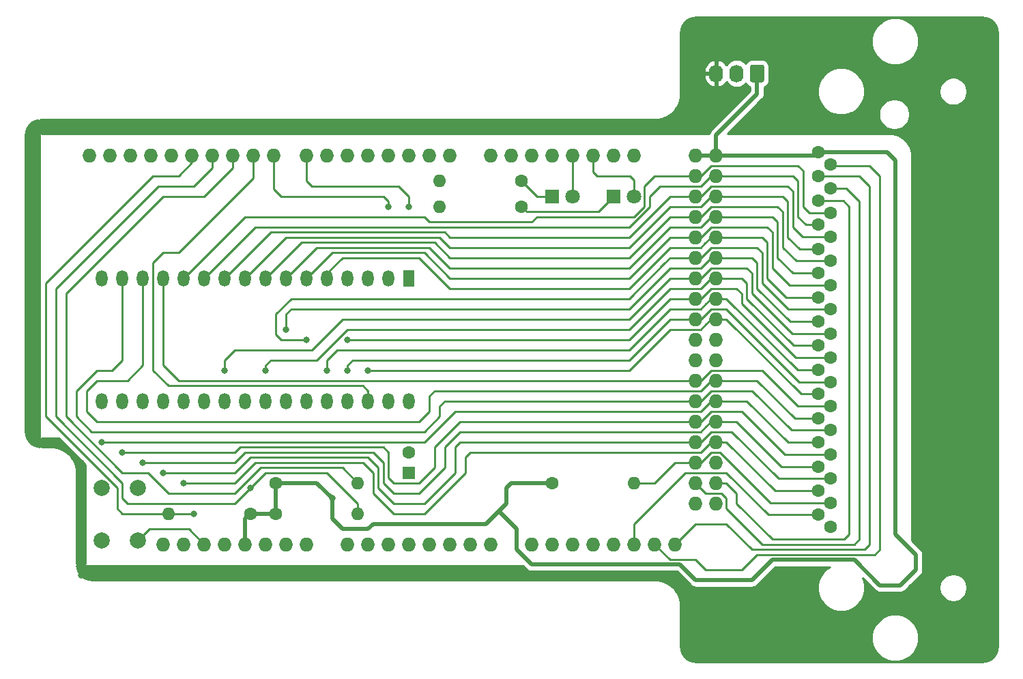
<source format=gbr>
%TF.GenerationSoftware,KiCad,Pcbnew,(5.1.7)-1*%
%TF.CreationDate,2022-07-04T22:32:28-03:00*%
%TF.ProjectId,progshield,70726f67-7368-4696-956c-642e6b696361,rev?*%
%TF.SameCoordinates,Original*%
%TF.FileFunction,Copper,L1,Top*%
%TF.FilePolarity,Positive*%
%FSLAX46Y46*%
G04 Gerber Fmt 4.6, Leading zero omitted, Abs format (unit mm)*
G04 Created by KiCad (PCBNEW (5.1.7)-1) date 2022-07-04 22:32:28*
%MOMM*%
%LPD*%
G01*
G04 APERTURE LIST*
%TA.AperFunction,ComponentPad*%
%ADD10O,1.727200X1.727200*%
%TD*%
%TA.AperFunction,ComponentPad*%
%ADD11O,1.740000X2.190000*%
%TD*%
%TA.AperFunction,ComponentPad*%
%ADD12C,1.600000*%
%TD*%
%TA.AperFunction,ComponentPad*%
%ADD13O,1.600000X1.600000*%
%TD*%
%TA.AperFunction,ComponentPad*%
%ADD14C,1.800000*%
%TD*%
%TA.AperFunction,ComponentPad*%
%ADD15R,1.800000X1.800000*%
%TD*%
%TA.AperFunction,ComponentPad*%
%ADD16O,1.440000X2.000000*%
%TD*%
%TA.AperFunction,ComponentPad*%
%ADD17R,1.440000X2.000000*%
%TD*%
%TA.AperFunction,ComponentPad*%
%ADD18C,2.000000*%
%TD*%
%TA.AperFunction,ComponentPad*%
%ADD19R,1.600000X1.600000*%
%TD*%
%TA.AperFunction,ViaPad*%
%ADD20C,0.800000*%
%TD*%
%TA.AperFunction,Conductor*%
%ADD21C,0.500000*%
%TD*%
%TA.AperFunction,Conductor*%
%ADD22C,0.250000*%
%TD*%
%TA.AperFunction,Conductor*%
%ADD23C,0.254000*%
%TD*%
%TA.AperFunction,Conductor*%
%ADD24C,0.100000*%
%TD*%
G04 APERTURE END LIST*
D10*
%TO.P,XA1,GND6*%
%TO.N,GND*%
X127000000Y-83820000D03*
%TO.P,XA1,GND5*%
X124460000Y-83820000D03*
%TO.P,XA1,D53*%
%TO.N,/CRT_CS_N*%
X127000000Y-81280000D03*
%TO.P,XA1,D52*%
%TO.N,/CRT_RD_N*%
X124460000Y-81280000D03*
%TO.P,XA1,D51*%
%TO.N,Net-(XA1-PadD51)*%
X127000000Y-78740000D03*
%TO.P,XA1,D50*%
%TO.N,/RST_N*%
X124460000Y-78740000D03*
%TO.P,XA1,D49*%
%TO.N,/D7*%
X127000000Y-76200000D03*
%TO.P,XA1,D48*%
%TO.N,/D6*%
X124460000Y-76200000D03*
%TO.P,XA1,D47*%
%TO.N,/D5*%
X127000000Y-73660000D03*
%TO.P,XA1,D46*%
%TO.N,/D4*%
X124460000Y-73660000D03*
%TO.P,XA1,D45*%
%TO.N,/D3*%
X127000000Y-71120000D03*
%TO.P,XA1,D44*%
%TO.N,/D2*%
X124460000Y-71120000D03*
%TO.P,XA1,D43*%
%TO.N,/D1*%
X127000000Y-68580000D03*
%TO.P,XA1,D42*%
%TO.N,/D0*%
X124460000Y-68580000D03*
%TO.P,XA1,D41*%
%TO.N,Net-(XA1-PadD41)*%
X127000000Y-66040000D03*
%TO.P,XA1,D40*%
%TO.N,Net-(XA1-PadD40)*%
X124460000Y-66040000D03*
%TO.P,XA1,D39*%
%TO.N,Net-(XA1-PadD39)*%
X127000000Y-63500000D03*
%TO.P,XA1,D38*%
%TO.N,Net-(XA1-PadD38)*%
X124460000Y-63500000D03*
%TO.P,XA1,D37*%
%TO.N,/A15*%
X127000000Y-60960000D03*
%TO.P,XA1,D36*%
%TO.N,/A14*%
X124460000Y-60960000D03*
%TO.P,XA1,D35*%
%TO.N,/A13*%
X127000000Y-58420000D03*
%TO.P,XA1,D34*%
%TO.N,/A12*%
X124460000Y-58420000D03*
%TO.P,XA1,D33*%
%TO.N,/A11*%
X127000000Y-55880000D03*
%TO.P,XA1,D32*%
%TO.N,/A10*%
X124460000Y-55880000D03*
%TO.P,XA1,D31*%
%TO.N,/A9*%
X127000000Y-53340000D03*
%TO.P,XA1,D30*%
%TO.N,/A8*%
X124460000Y-53340000D03*
%TO.P,XA1,D29*%
%TO.N,/A7*%
X127000000Y-50800000D03*
%TO.P,XA1,D28*%
%TO.N,/A6*%
X124460000Y-50800000D03*
%TO.P,XA1,D27*%
%TO.N,/A5*%
X127000000Y-48260000D03*
%TO.P,XA1,D26*%
%TO.N,/A4*%
X124460000Y-48260000D03*
%TO.P,XA1,D25*%
%TO.N,/A3*%
X127000000Y-45720000D03*
%TO.P,XA1,D24*%
%TO.N,/A2*%
X124460000Y-45720000D03*
%TO.P,XA1,D23*%
%TO.N,/A1*%
X127000000Y-43180000D03*
%TO.P,XA1,D22*%
%TO.N,/A0*%
X124460000Y-43180000D03*
%TO.P,XA1,5V4*%
%TO.N,+5V*%
X127000000Y-40640000D03*
%TO.P,XA1,5V3*%
X124460000Y-40640000D03*
%TO.P,XA1,A15*%
%TO.N,/CRT_WR_N*%
X121920000Y-88900000D03*
%TO.P,XA1,A14*%
%TO.N,/CLK*%
X119380000Y-88900000D03*
%TO.P,XA1,A13*%
%TO.N,/CRT_PG_N*%
X116840000Y-88900000D03*
%TO.P,XA1,A12*%
%TO.N,Net-(XA1-PadA12)*%
X114300000Y-88900000D03*
%TO.P,XA1,A11*%
%TO.N,Net-(XA1-PadA11)*%
X111760000Y-88900000D03*
%TO.P,XA1,A10*%
%TO.N,Net-(XA1-PadA10)*%
X109220000Y-88900000D03*
%TO.P,XA1,A9*%
%TO.N,Net-(XA1-PadA9)*%
X106680000Y-88900000D03*
%TO.P,XA1,A8*%
%TO.N,Net-(XA1-PadA8)*%
X104140000Y-88900000D03*
%TO.P,XA1,A7*%
%TO.N,Net-(XA1-PadA7)*%
X99060000Y-88900000D03*
%TO.P,XA1,A6*%
%TO.N,Net-(XA1-PadA6)*%
X96520000Y-88900000D03*
%TO.P,XA1,A5*%
%TO.N,Net-(XA1-PadA5)*%
X93980000Y-88900000D03*
%TO.P,XA1,A4*%
%TO.N,Net-(XA1-PadA4)*%
X91440000Y-88900000D03*
%TO.P,XA1,A3*%
%TO.N,Net-(XA1-PadA3)*%
X88900000Y-88900000D03*
%TO.P,XA1,A2*%
%TO.N,Net-(XA1-PadA2)*%
X86360000Y-88900000D03*
%TO.P,XA1,A1*%
%TO.N,Net-(XA1-PadA1)*%
X83820000Y-88900000D03*
%TO.P,XA1,*%
%TO.N,*%
X58420000Y-88900000D03*
%TO.P,XA1,D11*%
%TO.N,/DIP_OE_N*%
X64516000Y-40640000D03*
%TO.P,XA1,D12*%
%TO.N,/DIP_CE_N*%
X61976000Y-40640000D03*
%TO.P,XA1,D13*%
%TO.N,Net-(XA1-PadD13)*%
X59436000Y-40640000D03*
%TO.P,XA1,AREF*%
%TO.N,Net-(XA1-PadAREF)*%
X54356000Y-40640000D03*
%TO.P,XA1,SDA*%
%TO.N,Net-(XA1-PadSDA)*%
X51816000Y-40640000D03*
%TO.P,XA1,SCL*%
%TO.N,Net-(XA1-PadSCL)*%
X49276000Y-40640000D03*
%TO.P,XA1,D10*%
%TO.N,/DIP_WE_N*%
X67056000Y-40640000D03*
%TO.P,XA1,D9*%
%TO.N,/A17*%
X69596000Y-40640000D03*
%TO.P,XA1,D8*%
%TO.N,/A16*%
X72136000Y-40640000D03*
%TO.P,XA1,GND1*%
%TO.N,GND*%
X56896000Y-40640000D03*
%TO.P,XA1,D7*%
%TO.N,/A18*%
X76200000Y-40640000D03*
%TO.P,XA1,D6*%
%TO.N,Net-(XA1-PadD6)*%
X78740000Y-40640000D03*
%TO.P,XA1,D5*%
%TO.N,Net-(XA1-PadD5)*%
X81280000Y-40640000D03*
%TO.P,XA1,D4*%
%TO.N,Net-(XA1-PadD4)*%
X83820000Y-40640000D03*
%TO.P,XA1,D3*%
%TO.N,Net-(XA1-PadD3)*%
X86360000Y-40640000D03*
%TO.P,XA1,D2*%
%TO.N,Net-(XA1-PadD2)*%
X88900000Y-40640000D03*
%TO.P,XA1,D1*%
%TO.N,Net-(XA1-PadD1)*%
X91440000Y-40640000D03*
%TO.P,XA1,D0*%
%TO.N,Net-(XA1-PadD0)*%
X93980000Y-40640000D03*
%TO.P,XA1,D14*%
%TO.N,Net-(XA1-PadD14)*%
X99060000Y-40640000D03*
%TO.P,XA1,D15*%
%TO.N,Net-(XA1-PadD15)*%
X101600000Y-40640000D03*
%TO.P,XA1,D16*%
%TO.N,Net-(XA1-PadD16)*%
X104140000Y-40640000D03*
%TO.P,XA1,D17*%
%TO.N,Net-(XA1-PadD17)*%
X106680000Y-40640000D03*
%TO.P,XA1,D18*%
%TO.N,/LED_RY*%
X109220000Y-40640000D03*
%TO.P,XA1,D19*%
%TO.N,/LED_BY*%
X111760000Y-40640000D03*
%TO.P,XA1,D20*%
%TO.N,Net-(XA1-PadD20)*%
X114300000Y-40640000D03*
%TO.P,XA1,D21*%
%TO.N,Net-(XA1-PadD21)*%
X116840000Y-40640000D03*
%TO.P,XA1,IORF*%
%TO.N,Net-(XA1-PadIORF)*%
X60960000Y-88900000D03*
%TO.P,XA1,RST1*%
%TO.N,Net-(SW1-Pad1)*%
X63500000Y-88900000D03*
%TO.P,XA1,3V3*%
%TO.N,Net-(XA1-Pad3V3)*%
X66040000Y-88900000D03*
%TO.P,XA1,5V1*%
%TO.N,+5V*%
X68580000Y-88900000D03*
%TO.P,XA1,GND2*%
%TO.N,GND*%
X71120000Y-88900000D03*
%TO.P,XA1,GND3*%
X73660000Y-88900000D03*
%TO.P,XA1,VIN*%
%TO.N,Net-(XA1-PadVIN)*%
X76200000Y-88900000D03*
%TO.P,XA1,A0*%
%TO.N,Net-(XA1-PadA0)*%
X81280000Y-88900000D03*
%TD*%
D11*
%TO.P,J2,3*%
%TO.N,GND*%
X127000000Y-30480000D03*
%TO.P,J2,2*%
%TO.N,Net-(J2-Pad2)*%
X129540000Y-30480000D03*
%TO.P,J2,1*%
%TO.N,+5V*%
%TA.AperFunction,ComponentPad*%
G36*
G01*
X132950000Y-29634999D02*
X132950000Y-31325001D01*
G75*
G02*
X132700001Y-31575000I-249999J0D01*
G01*
X131459999Y-31575000D01*
G75*
G02*
X131210000Y-31325001I0J249999D01*
G01*
X131210000Y-29634999D01*
G75*
G02*
X131459999Y-29385000I249999J0D01*
G01*
X132700001Y-29385000D01*
G75*
G02*
X132950000Y-29634999I0J-249999D01*
G01*
G37*
%TD.AperFunction*%
%TD*%
D12*
%TO.P,J1,1*%
%TO.N,+5V*%
X139700000Y-40250000D03*
%TO.P,J1,2*%
%TO.N,/CLK*%
X141200000Y-41750000D03*
%TO.P,J1,3*%
%TO.N,/CRT_WR_N*%
X139700000Y-43250000D03*
%TO.P,J1,4*%
%TO.N,/CRT_RD_N*%
X141200000Y-44750000D03*
%TO.P,J1,5*%
%TO.N,/CRT_CS_N*%
X139700000Y-46250000D03*
%TO.P,J1,6*%
%TO.N,/A0*%
X141200000Y-47750000D03*
%TO.P,J1,7*%
%TO.N,/A1*%
X139700000Y-49250000D03*
%TO.P,J1,8*%
%TO.N,/A2*%
X141200000Y-50750000D03*
%TO.P,J1,9*%
%TO.N,/A3*%
X139700000Y-52250000D03*
%TO.P,J1,10*%
%TO.N,/A4*%
X141200000Y-53750000D03*
%TO.P,J1,11*%
%TO.N,/A5*%
X139700000Y-55250000D03*
%TO.P,J1,12*%
%TO.N,/A6*%
X141200000Y-56750000D03*
%TO.P,J1,13*%
%TO.N,/A7*%
X139700000Y-58250000D03*
%TO.P,J1,14*%
%TO.N,/A8*%
X141200000Y-59750000D03*
%TO.P,J1,15*%
%TO.N,/A9*%
X139700000Y-61250000D03*
%TO.P,J1,16*%
%TO.N,/A10*%
X141200000Y-62750000D03*
%TO.P,J1,17*%
%TO.N,/A11*%
X139700000Y-64250000D03*
%TO.P,J1,18*%
%TO.N,/A12*%
X141200000Y-65750000D03*
%TO.P,J1,19*%
%TO.N,/A13*%
X139700000Y-67250000D03*
%TO.P,J1,20*%
%TO.N,/A14*%
X141200000Y-68750000D03*
%TO.P,J1,21*%
%TO.N,/A15*%
X139700000Y-70250000D03*
%TO.P,J1,22*%
%TO.N,/D0*%
X141200000Y-71750000D03*
%TO.P,J1,23*%
%TO.N,/D1*%
X139700000Y-73250000D03*
%TO.P,J1,24*%
%TO.N,/D2*%
X141200000Y-74750000D03*
%TO.P,J1,25*%
%TO.N,/D3*%
X139700000Y-76250000D03*
%TO.P,J1,26*%
%TO.N,/D4*%
X141200000Y-77750000D03*
%TO.P,J1,27*%
%TO.N,/D5*%
X139700000Y-79250000D03*
%TO.P,J1,28*%
%TO.N,/D6*%
X141200000Y-80750000D03*
%TO.P,J1,29*%
%TO.N,/D7*%
X139700000Y-82250000D03*
%TO.P,J1,30*%
%TO.N,/RST_N*%
X141200000Y-83750000D03*
%TO.P,J1,31*%
%TO.N,/CRT_PG_N*%
X139700000Y-85250000D03*
%TO.P,J1,32*%
%TO.N,GND*%
X141200000Y-86750000D03*
%TD*%
D13*
%TO.P,R6,2*%
%TO.N,/RST_N*%
X116840000Y-81280000D03*
D12*
%TO.P,R6,1*%
%TO.N,+5V*%
X106680000Y-81280000D03*
%TD*%
D13*
%TO.P,R5,2*%
%TO.N,/DIP_WE_N*%
X82550000Y-81280000D03*
D12*
%TO.P,R5,1*%
%TO.N,+5V*%
X72390000Y-81280000D03*
%TD*%
D13*
%TO.P,R4,2*%
%TO.N,/DIP_CE_N*%
X59055000Y-85090000D03*
D12*
%TO.P,R4,1*%
%TO.N,+5V*%
X69215000Y-85090000D03*
%TD*%
D13*
%TO.P,R3,2*%
%TO.N,/DIP_OE_N*%
X82550000Y-85090000D03*
D12*
%TO.P,R3,1*%
%TO.N,+5V*%
X72390000Y-85090000D03*
%TD*%
D13*
%TO.P,R2,2*%
%TO.N,GND*%
X92710000Y-46990000D03*
D12*
%TO.P,R2,1*%
%TO.N,Net-(D2-Pad1)*%
X102870000Y-46990000D03*
%TD*%
D13*
%TO.P,R1,2*%
%TO.N,GND*%
X92710000Y-43815000D03*
D12*
%TO.P,R1,1*%
%TO.N,Net-(D1-Pad1)*%
X102870000Y-43815000D03*
%TD*%
D14*
%TO.P,D2,2*%
%TO.N,/LED_BY*%
X116840000Y-45720000D03*
D15*
%TO.P,D2,1*%
%TO.N,Net-(D2-Pad1)*%
X114300000Y-45720000D03*
%TD*%
D14*
%TO.P,D1,2*%
%TO.N,/LED_RY*%
X109220000Y-45720000D03*
D15*
%TO.P,D1,1*%
%TO.N,Net-(D1-Pad1)*%
X106680000Y-45720000D03*
%TD*%
D16*
%TO.P,U1,17*%
%TO.N,/D3*%
X50800000Y-71120000D03*
%TO.P,U1,16*%
%TO.N,GND*%
X50800000Y-55880000D03*
%TO.P,U1,18*%
%TO.N,/D4*%
X53340000Y-71120000D03*
%TO.P,U1,15*%
%TO.N,/D2*%
X53340000Y-55880000D03*
%TO.P,U1,19*%
%TO.N,/D5*%
X55880000Y-71120000D03*
%TO.P,U1,14*%
%TO.N,/D1*%
X55880000Y-55880000D03*
%TO.P,U1,20*%
%TO.N,/D6*%
X58420000Y-71120000D03*
%TO.P,U1,13*%
%TO.N,/D0*%
X58420000Y-55880000D03*
%TO.P,U1,21*%
%TO.N,/D7*%
X60960000Y-71120000D03*
%TO.P,U1,12*%
%TO.N,/A0*%
X60960000Y-55880000D03*
%TO.P,U1,22*%
%TO.N,/DIP_CE_N*%
X63500000Y-71120000D03*
%TO.P,U1,11*%
%TO.N,/A1*%
X63500000Y-55880000D03*
%TO.P,U1,23*%
%TO.N,/A10*%
X66040000Y-71120000D03*
%TO.P,U1,10*%
%TO.N,/A2*%
X66040000Y-55880000D03*
%TO.P,U1,24*%
%TO.N,/DIP_OE_N*%
X68580000Y-71120000D03*
%TO.P,U1,9*%
%TO.N,/A3*%
X68580000Y-55880000D03*
%TO.P,U1,25*%
%TO.N,/A11*%
X71120000Y-71120000D03*
%TO.P,U1,8*%
%TO.N,/A4*%
X71120000Y-55880000D03*
%TO.P,U1,26*%
%TO.N,/A9*%
X73660000Y-71120000D03*
%TO.P,U1,7*%
%TO.N,/A5*%
X73660000Y-55880000D03*
%TO.P,U1,27*%
%TO.N,/A8*%
X76200000Y-71120000D03*
%TO.P,U1,6*%
%TO.N,/A6*%
X76200000Y-55880000D03*
%TO.P,U1,28*%
%TO.N,/A13*%
X78740000Y-71120000D03*
%TO.P,U1,5*%
%TO.N,/A7*%
X78740000Y-55880000D03*
%TO.P,U1,29*%
%TO.N,/A14*%
X81280000Y-71120000D03*
%TO.P,U1,4*%
%TO.N,/A12*%
X81280000Y-55880000D03*
%TO.P,U1,30*%
%TO.N,/A17*%
X83820000Y-71120000D03*
%TO.P,U1,3*%
%TO.N,/A15*%
X83820000Y-55880000D03*
%TO.P,U1,31*%
%TO.N,/DIP_WE_N*%
X86360000Y-71120000D03*
%TO.P,U1,2*%
%TO.N,/A16*%
X86360000Y-55880000D03*
%TO.P,U1,32*%
%TO.N,+5V*%
X88900000Y-71120000D03*
D17*
%TO.P,U1,1*%
%TO.N,/A18*%
X88900000Y-55880000D03*
%TD*%
D18*
%TO.P,SW1,1*%
%TO.N,Net-(SW1-Pad1)*%
X55245000Y-88415000D03*
%TO.P,SW1,2*%
%TO.N,GND*%
X50745000Y-88415000D03*
%TO.P,SW1,1*%
%TO.N,Net-(SW1-Pad1)*%
X55245000Y-81915000D03*
%TO.P,SW1,2*%
%TO.N,GND*%
X50745000Y-81915000D03*
%TD*%
D12*
%TO.P,C1,2*%
%TO.N,+5V*%
X88900000Y-77510000D03*
D19*
%TO.P,C1,1*%
%TO.N,GND*%
X88900000Y-80010000D03*
%TD*%
D20*
%TO.N,+5V*%
X79375000Y-83185000D03*
%TO.N,GND*%
X43180000Y-36830000D03*
X45720000Y-36830000D03*
X48260000Y-36830000D03*
X50800000Y-36830000D03*
X53340000Y-36830000D03*
X83820000Y-36830000D03*
X86360000Y-36830000D03*
X88900000Y-36830000D03*
X91440000Y-36830000D03*
X93980000Y-36830000D03*
X96520000Y-36830000D03*
X99060000Y-36830000D03*
X101600000Y-36830000D03*
X104140000Y-36830000D03*
X106680000Y-36830000D03*
X109220000Y-36830000D03*
X111760000Y-36830000D03*
X114300000Y-36830000D03*
X116840000Y-36830000D03*
X119380000Y-36830000D03*
X121920000Y-36830000D03*
X48260000Y-92710000D03*
X50800000Y-92710000D03*
X53340000Y-92710000D03*
X55880000Y-92710000D03*
X58420000Y-92710000D03*
X60960000Y-92710000D03*
X63500000Y-92710000D03*
X66040000Y-92710000D03*
X68580000Y-92710000D03*
X71120000Y-92710000D03*
X73660000Y-92710000D03*
X76200000Y-92710000D03*
X78740000Y-92710000D03*
X81280000Y-92710000D03*
X83820000Y-92710000D03*
X86360000Y-92710000D03*
X88900000Y-92710000D03*
X91440000Y-92710000D03*
X93980000Y-92710000D03*
X96520000Y-92710000D03*
X99060000Y-92710000D03*
X99060000Y-92710000D03*
X101600000Y-92710000D03*
X104140000Y-92710000D03*
X106680000Y-92710000D03*
X109220000Y-92710000D03*
X111760000Y-92710000D03*
X114300000Y-92710000D03*
X116840000Y-92710000D03*
X119380000Y-92710000D03*
X121920000Y-92710000D03*
X158750000Y-102870000D03*
X156210000Y-102870000D03*
X153670000Y-102870000D03*
X161290000Y-100330000D03*
X161290000Y-97790000D03*
X161290000Y-95250000D03*
X161290000Y-92710000D03*
X161290000Y-90170000D03*
X161290000Y-87630000D03*
X161290000Y-85090000D03*
X161290000Y-82550000D03*
X161290000Y-80010000D03*
X161290000Y-77470000D03*
X161290000Y-74930000D03*
X161290000Y-72390000D03*
X161290000Y-69850000D03*
X161290000Y-67310000D03*
X161290000Y-64770000D03*
X161290000Y-62230000D03*
X161290000Y-59690000D03*
X161290000Y-57150000D03*
X161290000Y-54610000D03*
X161290000Y-52070000D03*
X161290000Y-49530000D03*
X161290000Y-46990000D03*
X161290000Y-44450000D03*
X161290000Y-41910000D03*
X161290000Y-39370000D03*
X161290000Y-36830000D03*
X161290000Y-34290000D03*
X161290000Y-31750000D03*
X161290000Y-29210000D03*
X161290000Y-26670000D03*
X158750000Y-24130000D03*
X156210000Y-24130000D03*
X153670000Y-24130000D03*
X123190000Y-34290000D03*
X123190000Y-31750000D03*
X123190000Y-29210000D03*
X123190000Y-26670000D03*
X125730000Y-24130000D03*
X128270000Y-24130000D03*
X130810000Y-24130000D03*
X133350000Y-24130000D03*
X135890000Y-24130000D03*
X138430000Y-24130000D03*
X140970000Y-24130000D03*
X143510000Y-24130000D03*
X41910000Y-39370000D03*
X41910000Y-41910000D03*
X41910000Y-44450000D03*
X41910000Y-46990000D03*
X41910000Y-49530000D03*
X41910000Y-52070000D03*
X41910000Y-54610000D03*
X41910000Y-57150000D03*
X41910000Y-59690000D03*
X41910000Y-62230000D03*
X41910000Y-64770000D03*
X41910000Y-67310000D03*
X41910000Y-69850000D03*
X41910000Y-72390000D03*
X41910000Y-74930000D03*
X55880000Y-36830000D03*
X58420000Y-36830000D03*
X60960000Y-36830000D03*
X63500000Y-36830000D03*
X66040000Y-36830000D03*
X68580000Y-36830000D03*
X71120000Y-36830000D03*
X73660000Y-36830000D03*
X76200000Y-36830000D03*
X78740000Y-36830000D03*
X81280000Y-36830000D03*
X123190000Y-95250000D03*
X123190000Y-97790000D03*
X123190000Y-100330000D03*
X125730000Y-102870000D03*
X128270000Y-102870000D03*
X130810000Y-102870000D03*
X133350000Y-102870000D03*
X135890000Y-102870000D03*
X138430000Y-102870000D03*
X140970000Y-102870000D03*
X143510000Y-102870000D03*
X146050000Y-102870000D03*
X151765000Y-67310000D03*
X151765000Y-69850000D03*
X151765000Y-72390000D03*
X151765000Y-74930000D03*
X151765000Y-77470000D03*
X151765000Y-80010000D03*
X151765000Y-82550000D03*
X151765000Y-85090000D03*
X151765000Y-87630000D03*
X151765000Y-64770000D03*
X151765000Y-62230000D03*
X151765000Y-59690000D03*
X151765000Y-57150000D03*
X151765000Y-54610000D03*
X151765000Y-52070000D03*
X151765000Y-49530000D03*
X151765000Y-46990000D03*
X151765000Y-44450000D03*
X151765000Y-41910000D03*
X151765000Y-39370000D03*
X44450000Y-76200000D03*
X48260000Y-78740000D03*
X48260000Y-85090000D03*
X48260000Y-90170000D03*
X48260000Y-81915000D03*
X48260000Y-87630000D03*
%TO.N,/A8*%
X76200000Y-63500000D03*
%TO.N,/A9*%
X73660000Y-62230000D03*
%TO.N,/A10*%
X66040000Y-67310000D03*
%TO.N,/A11*%
X71120000Y-67310000D03*
%TO.N,/A12*%
X81280000Y-63500000D03*
%TO.N,/A13*%
X78740000Y-67310000D03*
%TO.N,/A14*%
X81280000Y-67310000D03*
%TO.N,/A15*%
X83820000Y-67310000D03*
%TO.N,/D3*%
X50800000Y-76200000D03*
%TO.N,/D4*%
X53340000Y-77470000D03*
%TO.N,/D5*%
X55880000Y-78740000D03*
%TO.N,/D6*%
X58420000Y-80010000D03*
%TO.N,/D7*%
X60960000Y-81280000D03*
%TO.N,/A16*%
X86360000Y-46990000D03*
%TO.N,/A18*%
X88900000Y-46990000D03*
%TO.N,/DIP_OE_N*%
X69215000Y-81915000D03*
%TO.N,/DIP_CE_N*%
X62230000Y-85090000D03*
%TD*%
D21*
%TO.N,+5V*%
X124460000Y-40640000D02*
X127000000Y-40640000D01*
X139310000Y-40640000D02*
X139700000Y-40250000D01*
X127000000Y-40640000D02*
X139310000Y-40640000D01*
X72390000Y-85090000D02*
X72390000Y-81280000D01*
X69215000Y-85090000D02*
X72390000Y-85090000D01*
X77470000Y-81280000D02*
X79375000Y-83185000D01*
X72390000Y-81280000D02*
X77470000Y-81280000D01*
X79375000Y-83185000D02*
X79375000Y-83185000D01*
X84455000Y-86360000D02*
X98425000Y-86360000D01*
X83820000Y-86995000D02*
X84455000Y-86360000D01*
X80645000Y-86995000D02*
X83820000Y-86995000D01*
X79375000Y-85725000D02*
X80645000Y-86995000D01*
X79375000Y-83185000D02*
X79375000Y-85725000D01*
X68580000Y-85725000D02*
X69215000Y-85090000D01*
X68580000Y-88900000D02*
X68580000Y-85725000D01*
X127000000Y-40640000D02*
X127000000Y-38100000D01*
X132080000Y-33020000D02*
X132080000Y-30480000D01*
X127000000Y-38100000D02*
X132080000Y-33020000D01*
X100965000Y-83820000D02*
X100965000Y-81915000D01*
X101600000Y-81280000D02*
X106680000Y-81280000D01*
X100965000Y-81915000D02*
X101600000Y-81280000D01*
X100012500Y-84772500D02*
X100965000Y-83820000D01*
X98425000Y-86360000D02*
X100012500Y-84772500D01*
X104080010Y-91380010D02*
X122495010Y-91380010D01*
X144145000Y-90805000D02*
X147320000Y-93980000D01*
X131445000Y-93345000D02*
X133985000Y-90805000D01*
X133985000Y-90805000D02*
X144145000Y-90805000D01*
X124460000Y-93345000D02*
X131445000Y-93345000D01*
X147320000Y-93980000D02*
X149860000Y-93980000D01*
X151765000Y-92075000D02*
X151765000Y-90170000D01*
X151765000Y-90170000D02*
X149225000Y-87630000D01*
X149860000Y-93980000D02*
X151765000Y-92075000D01*
X149225000Y-41275000D02*
X148200000Y-40250000D01*
X148200000Y-40250000D02*
X139700000Y-40250000D01*
X122495010Y-91380010D02*
X124460000Y-93345000D01*
X149225000Y-87630000D02*
X149225000Y-41275000D01*
X102235000Y-89535000D02*
X104080010Y-91380010D01*
X102235000Y-86995000D02*
X102235000Y-89535000D01*
X100012500Y-84772500D02*
X102235000Y-86995000D01*
D22*
%TO.N,/CLK*%
X147320000Y-43180000D02*
X146050000Y-41910000D01*
X147320000Y-89535000D02*
X147320000Y-43180000D01*
X146685000Y-90170000D02*
X147320000Y-89535000D01*
X132080000Y-90170000D02*
X146685000Y-90170000D01*
X130175000Y-92075000D02*
X132080000Y-90170000D01*
X125730000Y-92075000D02*
X130175000Y-92075000D01*
X124460000Y-90805000D02*
X125730000Y-92075000D01*
X121285000Y-90805000D02*
X124460000Y-90805000D01*
X119380000Y-88900000D02*
X121285000Y-90805000D01*
X141360000Y-41910000D02*
X141200000Y-41750000D01*
X146050000Y-41910000D02*
X141360000Y-41910000D01*
%TO.N,/CRT_WR_N*%
X139770000Y-43180000D02*
X139700000Y-43250000D01*
X146050000Y-44450000D02*
X144780000Y-43180000D01*
X146050000Y-88900000D02*
X146050000Y-44450000D01*
X131445000Y-89535000D02*
X145415000Y-89535000D01*
X128270000Y-86360000D02*
X131445000Y-89535000D01*
X144780000Y-43180000D02*
X139770000Y-43180000D01*
X124460000Y-86360000D02*
X128270000Y-86360000D01*
X145415000Y-89535000D02*
X146050000Y-88900000D01*
X121920000Y-88900000D02*
X124460000Y-86360000D01*
%TO.N,/CRT_RD_N*%
X144780000Y-46355000D02*
X143175000Y-44750000D01*
X144780000Y-88265000D02*
X144780000Y-46355000D01*
X128270000Y-83185000D02*
X128270000Y-84455000D01*
X127635000Y-82550000D02*
X128270000Y-83185000D01*
X125730000Y-82550000D02*
X127635000Y-82550000D01*
X143175000Y-44750000D02*
X141200000Y-44750000D01*
X124460000Y-81280000D02*
X125730000Y-82550000D01*
X132715000Y-88900000D02*
X144145000Y-88900000D01*
X144145000Y-88900000D02*
X144780000Y-88265000D01*
X128270000Y-84455000D02*
X132715000Y-88900000D01*
%TO.N,/CRT_CS_N*%
X142770000Y-46250000D02*
X139700000Y-46250000D01*
X143510000Y-46990000D02*
X142770000Y-46250000D01*
X143510000Y-87630000D02*
X143510000Y-46990000D01*
X127000000Y-81280000D02*
X128270000Y-81280000D01*
X128270000Y-81280000D02*
X129540000Y-82550000D01*
X129540000Y-82550000D02*
X129540000Y-83820000D01*
X133985000Y-88265000D02*
X142875000Y-88265000D01*
X142875000Y-88265000D02*
X143510000Y-87630000D01*
X129540000Y-83820000D02*
X133985000Y-88265000D01*
%TO.N,/A0*%
X68580000Y-48260000D02*
X60960000Y-55880000D01*
X90805000Y-48260000D02*
X68580000Y-48260000D01*
X91440000Y-48895000D02*
X90805000Y-48260000D01*
X104140000Y-48895000D02*
X91440000Y-48895000D01*
X104775000Y-48260000D02*
X104140000Y-48895000D01*
X137795000Y-42545000D02*
X137160000Y-41910000D01*
X137795000Y-46990000D02*
X137795000Y-42545000D01*
X138555000Y-47750000D02*
X137795000Y-46990000D01*
X141200000Y-47750000D02*
X138555000Y-47750000D01*
X124460000Y-43180000D02*
X125095000Y-43180000D01*
X125095000Y-43180000D02*
X126365000Y-41910000D01*
X137160000Y-41910000D02*
X126365000Y-41910000D01*
X124460000Y-43180000D02*
X123190000Y-43180000D01*
X104775000Y-48260000D02*
X116840000Y-48260000D01*
X116840000Y-48260000D02*
X118110000Y-46990000D01*
X118110000Y-46990000D02*
X118110000Y-44450000D01*
X118110000Y-44450000D02*
X119380000Y-43180000D01*
X119380000Y-43180000D02*
X123190000Y-43180000D01*
%TO.N,/A1*%
X132080000Y-43180000D02*
X127000000Y-43180000D01*
X136525000Y-43180000D02*
X132080000Y-43180000D01*
X137160000Y-43815000D02*
X136525000Y-43180000D01*
X137160000Y-48260000D02*
X137160000Y-43815000D01*
X138150000Y-49250000D02*
X137160000Y-48260000D01*
X139700000Y-49250000D02*
X138150000Y-49250000D01*
X126365000Y-43180000D02*
X127000000Y-43180000D01*
X125095000Y-44450000D02*
X126365000Y-43180000D01*
X120015000Y-44450000D02*
X125095000Y-44450000D01*
X118745000Y-45720000D02*
X120015000Y-44450000D01*
X116206410Y-49530000D02*
X118745000Y-46991410D01*
X118745000Y-46991410D02*
X118745000Y-45720000D01*
X69850000Y-49530000D02*
X116206410Y-49530000D01*
X63500000Y-55880000D02*
X69850000Y-49530000D01*
%TO.N,/A2*%
X141150000Y-50800000D02*
X141200000Y-50750000D01*
X71755000Y-50165000D02*
X66040000Y-55880000D01*
X93345000Y-50165000D02*
X71755000Y-50165000D01*
X93980000Y-50800000D02*
X93345000Y-50165000D01*
X136525000Y-45085000D02*
X135890000Y-44450000D01*
X137745000Y-50750000D02*
X136525000Y-49530000D01*
X136525000Y-49530000D02*
X136525000Y-45085000D01*
X141200000Y-50750000D02*
X137745000Y-50750000D01*
X124460000Y-45720000D02*
X125095000Y-45720000D01*
X125095000Y-45720000D02*
X126365000Y-44450000D01*
X135890000Y-44450000D02*
X126365000Y-44450000D01*
X124460000Y-45720000D02*
X123190000Y-45720000D01*
X93980000Y-50800000D02*
X116205000Y-50800000D01*
X116205000Y-50800000D02*
X121285000Y-45720000D01*
X121285000Y-45720000D02*
X123190000Y-45720000D01*
%TO.N,/A3*%
X139685000Y-52235000D02*
X139700000Y-52250000D01*
X130810000Y-45720000D02*
X127000000Y-45720000D01*
X135255000Y-45720000D02*
X130810000Y-45720000D01*
X135890000Y-46355000D02*
X135255000Y-45720000D01*
X135890000Y-50800000D02*
X135890000Y-46355000D01*
X137340000Y-52250000D02*
X135890000Y-50800000D01*
X139700000Y-52250000D02*
X137340000Y-52250000D01*
X92710000Y-50800000D02*
X73660000Y-50800000D01*
X93980000Y-52070000D02*
X92710000Y-50800000D01*
X116205000Y-52070000D02*
X93980000Y-52070000D01*
X121285000Y-46990000D02*
X116205000Y-52070000D01*
X73660000Y-50800000D02*
X68580000Y-55880000D01*
X125095000Y-46990000D02*
X121285000Y-46990000D01*
X126365000Y-45720000D02*
X125095000Y-46990000D01*
X127000000Y-45720000D02*
X126365000Y-45720000D01*
%TO.N,/A4*%
X141195000Y-53745000D02*
X141200000Y-53750000D01*
X135255000Y-47625000D02*
X134620000Y-46990000D01*
X135255000Y-52070000D02*
X135255000Y-47625000D01*
X136935000Y-53750000D02*
X135255000Y-52070000D01*
X141200000Y-53750000D02*
X136935000Y-53750000D01*
X124460000Y-48260000D02*
X125095000Y-48260000D01*
X125095000Y-48260000D02*
X126365000Y-46990000D01*
X134620000Y-46990000D02*
X126365000Y-46990000D01*
X92075000Y-51435000D02*
X75565000Y-51435000D01*
X93980000Y-53340000D02*
X92075000Y-51435000D01*
X116205000Y-53340000D02*
X93980000Y-53340000D01*
X75565000Y-51435000D02*
X71120000Y-55880000D01*
X121285000Y-48260000D02*
X116205000Y-53340000D01*
X124460000Y-48260000D02*
X121285000Y-48260000D01*
%TO.N,/A5*%
X127000000Y-48260000D02*
X126365000Y-48260000D01*
X139695000Y-55255000D02*
X139700000Y-55250000D01*
X77470000Y-52070000D02*
X73660000Y-55880000D01*
X91440000Y-52070000D02*
X77470000Y-52070000D01*
X93980000Y-54610000D02*
X91440000Y-52070000D01*
X129540000Y-48260000D02*
X127000000Y-48260000D01*
X133985000Y-48260000D02*
X129540000Y-48260000D01*
X134620000Y-48895000D02*
X133985000Y-48260000D01*
X134620000Y-53340000D02*
X134620000Y-48895000D01*
X136530000Y-55250000D02*
X134620000Y-53340000D01*
X139700000Y-55250000D02*
X136530000Y-55250000D01*
X126365000Y-48260000D02*
X125095000Y-49530000D01*
X125095000Y-49530000D02*
X123190000Y-49530000D01*
X123190000Y-49530000D02*
X121285000Y-49530000D01*
X121285000Y-49530000D02*
X116205000Y-54610000D01*
X116205000Y-54610000D02*
X93980000Y-54610000D01*
%TO.N,/A6*%
X141185000Y-56765000D02*
X141200000Y-56750000D01*
X76200000Y-55880000D02*
X76200000Y-55245000D01*
X133985000Y-50165000D02*
X133985000Y-54610000D01*
X133350000Y-49530000D02*
X133985000Y-50165000D01*
X133985000Y-54610000D02*
X136125000Y-56750000D01*
X126365000Y-49530000D02*
X133350000Y-49530000D01*
X136125000Y-56750000D02*
X141200000Y-56750000D01*
X125095000Y-50800000D02*
X126365000Y-49530000D01*
X124460000Y-50800000D02*
X125095000Y-50800000D01*
X79375000Y-52705000D02*
X76200000Y-55880000D01*
X90805000Y-52705000D02*
X79375000Y-52705000D01*
X93980000Y-55880000D02*
X90805000Y-52705000D01*
X116205000Y-55880000D02*
X93980000Y-55880000D01*
X121285000Y-50800000D02*
X116205000Y-55880000D01*
X124460000Y-50800000D02*
X121285000Y-50800000D01*
%TO.N,/A7*%
X139665000Y-58285000D02*
X139700000Y-58250000D01*
X127000000Y-50800000D02*
X128270000Y-50800000D01*
X135720000Y-58250000D02*
X139700000Y-58250000D01*
X133350000Y-55880000D02*
X133350000Y-51435000D01*
X133350000Y-55880000D02*
X135720000Y-58250000D01*
X133350000Y-51435000D02*
X132715000Y-50800000D01*
X132715000Y-50800000D02*
X128270000Y-50800000D01*
X90170000Y-53340000D02*
X80645000Y-53340000D01*
X80645000Y-53340000D02*
X78740000Y-55245000D01*
X93980000Y-57150000D02*
X90170000Y-53340000D01*
X116205000Y-57150000D02*
X93980000Y-57150000D01*
X121285000Y-52070000D02*
X116205000Y-57150000D01*
X125093590Y-52070000D02*
X121285000Y-52070000D01*
X125543599Y-51619991D02*
X125093590Y-52070000D01*
X78740000Y-55245000D02*
X78740000Y-55880000D01*
X125545010Y-51619990D02*
X125543599Y-51619991D01*
X126365000Y-50800000D02*
X125545010Y-51619990D01*
X127000000Y-50800000D02*
X126365000Y-50800000D01*
%TO.N,/A8*%
X124460000Y-53340000D02*
X125095000Y-53340000D01*
X141140000Y-59690000D02*
X141200000Y-59750000D01*
X73025000Y-63500000D02*
X74930000Y-63500000D01*
X72390000Y-62865000D02*
X73025000Y-63500000D01*
X72390000Y-60325000D02*
X72390000Y-62865000D01*
X74295000Y-58420000D02*
X72390000Y-60325000D01*
X74930000Y-63500000D02*
X76200000Y-63500000D01*
X132715000Y-56515000D02*
X135950000Y-59750000D01*
X132715000Y-52705000D02*
X132715000Y-56515000D01*
X132080000Y-52070000D02*
X132715000Y-52705000D01*
X135950000Y-59750000D02*
X141200000Y-59750000D01*
X125095000Y-53340000D02*
X126365000Y-52070000D01*
X126365000Y-52070000D02*
X132080000Y-52070000D01*
X124460000Y-53340000D02*
X123190000Y-53340000D01*
X123190000Y-53340000D02*
X121285000Y-53340000D01*
X121285000Y-53340000D02*
X120650000Y-53975000D01*
X120650000Y-53975000D02*
X116205000Y-58420000D01*
X116205000Y-58420000D02*
X77470000Y-58420000D01*
X77470000Y-58420000D02*
X74295000Y-58420000D01*
%TO.N,/A9*%
X139625000Y-61325000D02*
X139700000Y-61250000D01*
X136180000Y-61250000D02*
X139700000Y-61250000D01*
X132080000Y-57150000D02*
X136180000Y-61250000D01*
X132080000Y-53975000D02*
X132080000Y-57150000D01*
X131445000Y-53340000D02*
X132080000Y-53975000D01*
X127000000Y-53340000D02*
X131445000Y-53340000D01*
X73660000Y-60325000D02*
X73660000Y-62230000D01*
X74295000Y-59690000D02*
X73660000Y-60325000D01*
X116205000Y-59690000D02*
X74295000Y-59690000D01*
X121285000Y-54610000D02*
X116205000Y-59690000D01*
X125095000Y-54610000D02*
X121285000Y-54610000D01*
X126365000Y-53340000D02*
X125095000Y-54610000D01*
X127000000Y-53340000D02*
X126365000Y-53340000D01*
%TO.N,/A10*%
X124460000Y-55880000D02*
X125095000Y-55880000D01*
X141115000Y-62835000D02*
X141200000Y-62750000D01*
X66040000Y-67310000D02*
X66040000Y-67310000D01*
X136410000Y-62750000D02*
X141200000Y-62750000D01*
X131445000Y-57785000D02*
X136410000Y-62750000D01*
X131445000Y-55245000D02*
X131445000Y-57785000D01*
X130810000Y-54610000D02*
X131445000Y-55245000D01*
X125095000Y-55880000D02*
X126365000Y-54610000D01*
X126365000Y-54610000D02*
X130810000Y-54610000D01*
X66040000Y-66040000D02*
X66040000Y-67310000D01*
X67310000Y-64770000D02*
X66040000Y-66040000D01*
X76835000Y-64770000D02*
X67310000Y-64770000D01*
X80645000Y-60960000D02*
X76835000Y-64770000D01*
X116205000Y-60960000D02*
X80645000Y-60960000D01*
X121285000Y-55880000D02*
X116205000Y-60960000D01*
X124460000Y-55880000D02*
X121285000Y-55880000D01*
%TO.N,/A11*%
X127000000Y-55880000D02*
X126365000Y-55880000D01*
X139670000Y-64220000D02*
X139700000Y-64250000D01*
X71120000Y-67310000D02*
X71120000Y-67310000D01*
X71755000Y-66040000D02*
X77470000Y-66040000D01*
X71120000Y-66675000D02*
X71755000Y-66040000D01*
X77470000Y-66040000D02*
X81280000Y-62230000D01*
X71120000Y-67310000D02*
X71120000Y-66675000D01*
X136640000Y-64250000D02*
X139700000Y-64250000D01*
X130810000Y-58420000D02*
X136640000Y-64250000D01*
X130810000Y-56515000D02*
X130810000Y-58420000D01*
X130175000Y-55880000D02*
X130810000Y-56515000D01*
X127000000Y-55880000D02*
X130175000Y-55880000D01*
X126365000Y-55880000D02*
X125095000Y-57150000D01*
X125095000Y-57150000D02*
X123190000Y-57150000D01*
X123190000Y-57150000D02*
X121285000Y-57150000D01*
X121285000Y-57150000D02*
X116205000Y-62230000D01*
X116205000Y-62230000D02*
X81280000Y-62230000D01*
%TO.N,/A12*%
X124460000Y-58420000D02*
X125095000Y-58420000D01*
X141180000Y-65730000D02*
X141200000Y-65750000D01*
X81280000Y-63500000D02*
X81280000Y-63500000D01*
X130175000Y-59055000D02*
X136870000Y-65750000D01*
X129540000Y-57150000D02*
X130175000Y-57785000D01*
X136870000Y-65750000D02*
X141200000Y-65750000D01*
X130175000Y-57785000D02*
X130175000Y-59055000D01*
X125095000Y-58420000D02*
X126365000Y-57150000D01*
X126365000Y-57150000D02*
X129540000Y-57150000D01*
X81280000Y-55880000D02*
X81280000Y-55245000D01*
X116205000Y-63500000D02*
X81280000Y-63500000D01*
X121285000Y-58420000D02*
X116205000Y-63500000D01*
X124460000Y-58420000D02*
X121285000Y-58420000D01*
%TO.N,/A13*%
X127000000Y-58420000D02*
X126365000Y-58420000D01*
X139640000Y-67310000D02*
X139700000Y-67250000D01*
X78740000Y-67310000D02*
X78740000Y-67310000D01*
X78740000Y-66040000D02*
X80010000Y-64770000D01*
X78740000Y-67310000D02*
X78740000Y-66040000D01*
X137100000Y-67250000D02*
X139700000Y-67250000D01*
X128270000Y-58420000D02*
X137100000Y-67250000D01*
X127000000Y-58420000D02*
X128270000Y-58420000D01*
X126365000Y-58420000D02*
X125730000Y-59055000D01*
X125730000Y-59055000D02*
X125095000Y-59690000D01*
X125095000Y-59690000D02*
X123190000Y-59690000D01*
X123190000Y-59690000D02*
X121285000Y-59690000D01*
X121285000Y-59690000D02*
X116205000Y-64770000D01*
X116205000Y-64770000D02*
X80010000Y-64770000D01*
%TO.N,/A14*%
X124460000Y-60960000D02*
X125095000Y-60960000D01*
X81280000Y-67310000D02*
X81280000Y-67310000D01*
X81280000Y-66675000D02*
X81915000Y-66040000D01*
X81280000Y-67310000D02*
X81280000Y-66675000D01*
X137330000Y-68750000D02*
X141200000Y-68750000D01*
X128270000Y-59690000D02*
X137330000Y-68750000D01*
X125095000Y-60960000D02*
X126365000Y-59690000D01*
X126365000Y-59690000D02*
X128270000Y-59690000D01*
X124460000Y-60960000D02*
X123190000Y-60960000D01*
X123190000Y-60960000D02*
X121285000Y-60960000D01*
X121285000Y-60960000D02*
X116205000Y-66040000D01*
X116205000Y-66040000D02*
X113665000Y-66040000D01*
X113665000Y-66040000D02*
X81915000Y-66040000D01*
%TO.N,/A15*%
X126365000Y-60960000D02*
X127000000Y-60960000D01*
X139690000Y-70260000D02*
X139700000Y-70250000D01*
X92710000Y-67310000D02*
X83820000Y-67310000D01*
X83820000Y-67310000D02*
X83820000Y-67310000D01*
X137560000Y-70250000D02*
X139700000Y-70250000D01*
X128270000Y-60960000D02*
X137560000Y-70250000D01*
X127000000Y-60960000D02*
X128270000Y-60960000D01*
X126365000Y-60960000D02*
X125730000Y-61595000D01*
X125730000Y-61595000D02*
X125095000Y-62230000D01*
X125095000Y-62230000D02*
X123190000Y-62230000D01*
X123190000Y-62230000D02*
X121285000Y-62230000D01*
X121285000Y-62230000D02*
X116205000Y-67310000D01*
X116205000Y-67310000D02*
X92710000Y-67310000D01*
%TO.N,/D0*%
X141180000Y-71770000D02*
X141200000Y-71750000D01*
X124460000Y-68580000D02*
X125095000Y-68580000D01*
X58420000Y-66675000D02*
X60325000Y-68580000D01*
X58420000Y-66675000D02*
X58420000Y-55880000D01*
X137155000Y-71750000D02*
X141200000Y-71750000D01*
X132715000Y-67310000D02*
X137155000Y-71750000D01*
X125095000Y-68580000D02*
X126365000Y-67310000D01*
X126365000Y-67310000D02*
X132715000Y-67310000D01*
X60325000Y-68580000D02*
X124460000Y-68580000D01*
%TO.N,/D1*%
X139480000Y-73030000D02*
X139700000Y-73250000D01*
X126365000Y-68580000D02*
X127000000Y-68580000D01*
X91440000Y-70485000D02*
X92075000Y-69850000D01*
X91440000Y-72390000D02*
X91440000Y-70485000D01*
X90170000Y-73660000D02*
X91440000Y-72390000D01*
X53975000Y-68580000D02*
X50165000Y-68580000D01*
X55880000Y-66675000D02*
X53975000Y-68580000D01*
X55880000Y-55880000D02*
X55880000Y-66675000D01*
X50165000Y-73660000D02*
X48895000Y-72390000D01*
X50165000Y-73660000D02*
X90170000Y-73660000D01*
X48895000Y-72390000D02*
X48895000Y-69850000D01*
X50165000Y-68580000D02*
X48895000Y-69850000D01*
X132080000Y-68580000D02*
X136750000Y-73250000D01*
X136750000Y-73250000D02*
X139700000Y-73250000D01*
X127000000Y-68580000D02*
X132080000Y-68580000D01*
X126365000Y-68580000D02*
X125095000Y-69850000D01*
X125095000Y-69850000D02*
X92075000Y-69850000D01*
%TO.N,/D2*%
X141160000Y-74790000D02*
X141200000Y-74750000D01*
X124460000Y-71120000D02*
X125095000Y-71120000D01*
X52070000Y-67310000D02*
X53340000Y-66040000D01*
X53340000Y-66040000D02*
X53340000Y-55880000D01*
X47625000Y-69850000D02*
X50165000Y-67310000D01*
X47625000Y-73025000D02*
X47625000Y-69850000D01*
X49530000Y-74930000D02*
X47625000Y-73025000D01*
X50165000Y-67310000D02*
X52070000Y-67310000D01*
X92710000Y-73025000D02*
X90805000Y-74930000D01*
X92710000Y-71755000D02*
X92710000Y-73025000D01*
X90805000Y-74930000D02*
X49530000Y-74930000D01*
X93345000Y-71120000D02*
X92710000Y-71755000D01*
X136345000Y-74750000D02*
X141200000Y-74750000D01*
X131445000Y-69850000D02*
X136345000Y-74750000D01*
X125095000Y-71120000D02*
X126365000Y-69850000D01*
X126365000Y-69850000D02*
X131445000Y-69850000D01*
X124460000Y-71120000D02*
X93345000Y-71120000D01*
%TO.N,/D3*%
X139650000Y-76200000D02*
X139700000Y-76250000D01*
X50800000Y-76200000D02*
X50800000Y-76200000D01*
X126365000Y-71120000D02*
X127000000Y-71120000D01*
X90805000Y-76200000D02*
X94615000Y-72390000D01*
X50800000Y-76200000D02*
X90805000Y-76200000D01*
X127000000Y-71120000D02*
X130810000Y-71120000D01*
X135940000Y-76250000D02*
X139700000Y-76250000D01*
X130810000Y-71120000D02*
X135940000Y-76250000D01*
X125095000Y-72390000D02*
X94615000Y-72390000D01*
X126365000Y-71120000D02*
X125095000Y-72390000D01*
%TO.N,/D4*%
X141140000Y-77810000D02*
X141200000Y-77750000D01*
X124460000Y-73660000D02*
X125095000Y-73660000D01*
X53340000Y-77470000D02*
X53340000Y-77470000D01*
X92075000Y-76835000D02*
X95250000Y-73660000D01*
X92075000Y-79375000D02*
X92075000Y-76835000D01*
X86995000Y-81280000D02*
X90170000Y-81280000D01*
X86360000Y-80645000D02*
X86995000Y-81280000D01*
X86360000Y-77470000D02*
X86360000Y-80645000D01*
X90170000Y-81280000D02*
X92075000Y-79375000D01*
X85725000Y-76835000D02*
X86360000Y-77470000D01*
X67310000Y-77470000D02*
X67945000Y-76835000D01*
X67945000Y-76835000D02*
X85725000Y-76835000D01*
X53340000Y-77470000D02*
X67310000Y-77470000D01*
X135535000Y-77750000D02*
X141200000Y-77750000D01*
X130175000Y-72390000D02*
X135535000Y-77750000D01*
X125095000Y-73660000D02*
X126365000Y-72390000D01*
X126365000Y-72390000D02*
X130175000Y-72390000D01*
X124460000Y-73660000D02*
X95250000Y-73660000D01*
%TO.N,/D5*%
X139669343Y-79219343D02*
X139700000Y-79250000D01*
X55880000Y-78740000D02*
X55880000Y-78740000D01*
X93345000Y-76835000D02*
X95250000Y-74930000D01*
X55880000Y-78740000D02*
X67310000Y-78740000D01*
X67310000Y-78740000D02*
X68580000Y-77470000D01*
X92710705Y-80009295D02*
X93345000Y-79375000D01*
X68580000Y-77470000D02*
X84455000Y-77470000D01*
X84455000Y-77470000D02*
X85725000Y-78740000D01*
X126365000Y-73660000D02*
X127000000Y-73660000D01*
X85725000Y-78740000D02*
X85725000Y-81280000D01*
X86995000Y-82550000D02*
X90170000Y-82550000D01*
X90170000Y-82550000D02*
X90354990Y-82365010D01*
X90354990Y-82365010D02*
X90356401Y-82365009D01*
X90356401Y-82365009D02*
X92710705Y-80010705D01*
X92710705Y-80010705D02*
X92710705Y-80009295D01*
X85725000Y-81280000D02*
X86995000Y-82550000D01*
X93345000Y-79375000D02*
X93345000Y-76835000D01*
X127000000Y-73660000D02*
X129540000Y-73660000D01*
X135130000Y-79250000D02*
X139700000Y-79250000D01*
X129540000Y-73660000D02*
X135130000Y-79250000D01*
X126365000Y-73660000D02*
X125730000Y-74295000D01*
X125730000Y-74295000D02*
X125095000Y-74930000D01*
X125095000Y-74930000D02*
X95250000Y-74930000D01*
%TO.N,/D6*%
X141120000Y-80830000D02*
X141200000Y-80750000D01*
X124460000Y-76200000D02*
X125095000Y-76200000D01*
X58420000Y-80010000D02*
X58420000Y-80010000D01*
X94615000Y-76835000D02*
X95250000Y-76200000D01*
X94615000Y-80010000D02*
X94615000Y-76835000D01*
X90805000Y-83820000D02*
X94615000Y-80010000D01*
X86995000Y-83820000D02*
X90805000Y-83820000D01*
X85090000Y-81915000D02*
X86995000Y-83820000D01*
X85090000Y-79375000D02*
X85090000Y-81915000D01*
X83820000Y-78105000D02*
X85090000Y-79375000D01*
X67310000Y-80010000D02*
X69215000Y-78105000D01*
X69215000Y-78105000D02*
X83820000Y-78105000D01*
X58420000Y-80010000D02*
X67310000Y-80010000D01*
X134725000Y-80750000D02*
X141200000Y-80750000D01*
X128905000Y-74930000D02*
X134725000Y-80750000D01*
X125095000Y-76200000D02*
X126365000Y-74930000D01*
X126365000Y-74930000D02*
X128905000Y-74930000D01*
X124460000Y-76200000D02*
X95250000Y-76200000D01*
%TO.N,/D7*%
X139665000Y-82215000D02*
X139700000Y-82250000D01*
X60960000Y-81280000D02*
X60960000Y-81280000D01*
X126365000Y-76200000D02*
X127000000Y-76200000D01*
X60960000Y-81280000D02*
X67310000Y-81280000D01*
X67310000Y-81280000D02*
X69850000Y-78740000D01*
X69850000Y-78740000D02*
X83185000Y-78740000D01*
X83185000Y-78740000D02*
X84455000Y-80010000D01*
X84455000Y-80010000D02*
X84455000Y-82550000D01*
X84455000Y-82550000D02*
X86995000Y-85090000D01*
X86995000Y-85090000D02*
X90805000Y-85090000D01*
X90805000Y-85090000D02*
X95885000Y-80010000D01*
X95885000Y-80010000D02*
X95885000Y-78105000D01*
X95885000Y-78105000D02*
X96520000Y-77470000D01*
X134320000Y-82250000D02*
X139700000Y-82250000D01*
X128270000Y-76200000D02*
X134320000Y-82250000D01*
X127000000Y-76200000D02*
X128270000Y-76200000D01*
X126365000Y-76200000D02*
X125095000Y-77470000D01*
X125095000Y-77470000D02*
X96520000Y-77470000D01*
%TO.N,/RST_N*%
X141130000Y-83820000D02*
X141200000Y-83750000D01*
X124460000Y-78740000D02*
X125095000Y-78740000D01*
X133769130Y-83750000D02*
X141200000Y-83750000D01*
X127489130Y-77470000D02*
X133769130Y-83750000D01*
X125095000Y-78740000D02*
X126365000Y-77470000D01*
X126365000Y-77470000D02*
X127489130Y-77470000D01*
X119380000Y-81280000D02*
X121920000Y-78740000D01*
X116840000Y-81280000D02*
X119380000Y-81280000D01*
X121920000Y-78740000D02*
X124460000Y-78740000D01*
%TO.N,/CRT_PG_N*%
X139540000Y-85090000D02*
X139700000Y-85250000D01*
X116840000Y-86360000D02*
X116840000Y-88900000D01*
X123190000Y-80010000D02*
X116840000Y-86360000D01*
X128270000Y-80010000D02*
X123190000Y-80010000D01*
X133510000Y-85250000D02*
X128270000Y-80010000D01*
X139700000Y-85250000D02*
X133510000Y-85250000D01*
%TO.N,Net-(SW1-Pad1)*%
X63500000Y-88900000D02*
X61595000Y-86995000D01*
X56665000Y-86995000D02*
X55245000Y-88415000D01*
X61595000Y-86995000D02*
X56665000Y-86995000D01*
%TO.N,/A17*%
X69850000Y-40894000D02*
X69596000Y-40640000D01*
X83820000Y-69850000D02*
X83820000Y-71120000D01*
X83185000Y-69215000D02*
X83820000Y-69850000D01*
X59055000Y-69215000D02*
X83185000Y-69215000D01*
X57150000Y-67310000D02*
X59055000Y-69215000D01*
X69596000Y-43434000D02*
X60325000Y-52705000D01*
X69596000Y-40640000D02*
X69596000Y-43434000D01*
X60325000Y-52705000D02*
X58420000Y-52705000D01*
X57150000Y-53975000D02*
X58420000Y-52705000D01*
X57150000Y-53975000D02*
X57150000Y-67310000D01*
%TO.N,/A16*%
X72390000Y-40894000D02*
X72136000Y-40640000D01*
X86360000Y-46990000D02*
X86360000Y-46355000D01*
X86360000Y-46355000D02*
X85725000Y-45720000D01*
X85725000Y-45720000D02*
X73025000Y-45720000D01*
X72136000Y-44831000D02*
X72136000Y-40640000D01*
X73025000Y-45720000D02*
X72136000Y-44831000D01*
%TO.N,/A18*%
X88900000Y-46990000D02*
X88900000Y-45720000D01*
X88900000Y-45720000D02*
X87630000Y-44450000D01*
X87630000Y-44450000D02*
X76835000Y-44450000D01*
X76200000Y-43815000D02*
X76200000Y-40640000D01*
X76835000Y-44450000D02*
X76200000Y-43815000D01*
%TO.N,/LED_RY*%
X109220000Y-45720000D02*
X109220000Y-40640000D01*
%TO.N,Net-(D1-Pad1)*%
X106680000Y-45720000D02*
X106680000Y-46355000D01*
X104775000Y-45720000D02*
X102870000Y-43815000D01*
X106680000Y-45720000D02*
X104775000Y-45720000D01*
%TO.N,/LED_BY*%
X116840000Y-43688000D02*
X116840000Y-45720000D01*
X116332000Y-43180000D02*
X116840000Y-43688000D01*
X112268000Y-43180000D02*
X116332000Y-43180000D01*
X111760000Y-42672000D02*
X112268000Y-43180000D01*
X111760000Y-40640000D02*
X111760000Y-42672000D01*
%TO.N,Net-(D2-Pad1)*%
X112395000Y-47625000D02*
X114300000Y-45720000D01*
X103505000Y-47625000D02*
X112395000Y-47625000D01*
X102870000Y-46990000D02*
X103505000Y-47625000D01*
%TO.N,/DIP_OE_N*%
X82550000Y-85090000D02*
X82550000Y-83820000D01*
X82550000Y-83820000D02*
X78740000Y-80010000D01*
X69850000Y-81280000D02*
X71120000Y-80010000D01*
X71120000Y-80010000D02*
X78740000Y-80010000D01*
X69850000Y-81280000D02*
X69215000Y-81915000D01*
X69215000Y-81915000D02*
X69215000Y-81915000D01*
X53975000Y-83820000D02*
X67310000Y-83820000D01*
X53340000Y-83185000D02*
X53975000Y-83820000D01*
X45085000Y-57150000D02*
X45085000Y-73025000D01*
X53340000Y-81280000D02*
X53340000Y-83185000D01*
X57785000Y-44450000D02*
X45085000Y-57150000D01*
X60960000Y-44450000D02*
X57785000Y-44450000D01*
X67310000Y-83820000D02*
X69215000Y-81915000D01*
X45085000Y-73025000D02*
X53340000Y-81280000D01*
X60960000Y-44450000D02*
X62230000Y-44450000D01*
X64516000Y-42164000D02*
X64516000Y-40640000D01*
X62230000Y-44450000D02*
X64516000Y-42164000D01*
%TO.N,/DIP_CE_N*%
X59055000Y-85090000D02*
X62230000Y-85090000D01*
X60325000Y-43180000D02*
X61976000Y-41529000D01*
X57150000Y-43180000D02*
X60325000Y-43180000D01*
X43815000Y-56515000D02*
X57150000Y-43180000D01*
X43815000Y-73025000D02*
X43815000Y-56515000D01*
X52705000Y-84455000D02*
X52705000Y-81915000D01*
X53340000Y-85090000D02*
X52705000Y-84455000D01*
X61976000Y-41529000D02*
X61976000Y-40640000D01*
X52705000Y-81915000D02*
X43815000Y-73025000D01*
X59055000Y-85090000D02*
X53340000Y-85090000D01*
%TO.N,/DIP_WE_N*%
X67056000Y-42164000D02*
X67056000Y-40640000D01*
X58420000Y-45720000D02*
X63500000Y-45720000D01*
X46355000Y-73025000D02*
X46355000Y-57785000D01*
X53340000Y-80010000D02*
X46355000Y-73025000D01*
X63500000Y-45720000D02*
X67056000Y-42164000D01*
X56515000Y-80010000D02*
X53340000Y-80010000D01*
X59055000Y-82550000D02*
X56515000Y-80010000D01*
X67310000Y-82550000D02*
X59055000Y-82550000D01*
X70485000Y-79375000D02*
X67310000Y-82550000D01*
X46355000Y-57785000D02*
X58420000Y-45720000D01*
X80645000Y-79375000D02*
X70485000Y-79375000D01*
X82550000Y-81280000D02*
X80645000Y-79375000D01*
%TO.N,Net-(XA1-PadD41)*%
X127000000Y-66040000D02*
X126365000Y-66040000D01*
%TO.N,Net-(XA1-PadD40)*%
X124460000Y-66040000D02*
X125095000Y-66040000D01*
%TO.N,Net-(XA1-PadD39)*%
X126365000Y-63500000D02*
X127000000Y-63500000D01*
%TO.N,Net-(XA1-PadD38)*%
X124460000Y-63500000D02*
X125095000Y-63500000D01*
%TD*%
D23*
%TO.N,GND*%
X160384545Y-23558909D02*
X160735208Y-23664780D01*
X161058625Y-23836744D01*
X161342484Y-24068254D01*
X161575965Y-24350486D01*
X161750183Y-24672695D01*
X161858502Y-25022614D01*
X161900001Y-25417452D01*
X161900000Y-101567721D01*
X161861091Y-101964545D01*
X161755220Y-102315206D01*
X161583257Y-102638623D01*
X161351748Y-102922482D01*
X161069514Y-103155965D01*
X160747304Y-103330184D01*
X160397385Y-103438502D01*
X160002557Y-103480000D01*
X124492279Y-103480000D01*
X124095455Y-103441091D01*
X123744794Y-103335220D01*
X123421377Y-103163257D01*
X123137518Y-102931748D01*
X122904035Y-102649514D01*
X122729816Y-102327304D01*
X122621498Y-101977385D01*
X122580000Y-101582557D01*
X122580000Y-100210928D01*
X146265000Y-100210928D01*
X146265000Y-100789072D01*
X146377791Y-101356108D01*
X146599037Y-101890244D01*
X146920237Y-102370953D01*
X147329047Y-102779763D01*
X147809756Y-103100963D01*
X148343892Y-103322209D01*
X148910928Y-103435000D01*
X149489072Y-103435000D01*
X150056108Y-103322209D01*
X150590244Y-103100963D01*
X151070953Y-102779763D01*
X151479763Y-102370953D01*
X151800963Y-101890244D01*
X152022209Y-101356108D01*
X152135000Y-100789072D01*
X152135000Y-100210928D01*
X152022209Y-99643892D01*
X151800963Y-99109756D01*
X151479763Y-98629047D01*
X151070953Y-98220237D01*
X150590244Y-97899037D01*
X150056108Y-97677791D01*
X149489072Y-97565000D01*
X148910928Y-97565000D01*
X148343892Y-97677791D01*
X147809756Y-97899037D01*
X147329047Y-98220237D01*
X146920237Y-98629047D01*
X146599037Y-99109756D01*
X146377791Y-99643892D01*
X146265000Y-100210928D01*
X122580000Y-100210928D01*
X122580000Y-96487581D01*
X122577112Y-96458254D01*
X122577222Y-96442451D01*
X122576322Y-96433280D01*
X122524505Y-95940273D01*
X122512490Y-95881742D01*
X122501269Y-95822917D01*
X122498605Y-95814095D01*
X122352016Y-95340542D01*
X122328847Y-95285427D01*
X122306427Y-95229934D01*
X122302100Y-95221798D01*
X122066323Y-94785738D01*
X122032890Y-94736171D01*
X122000119Y-94686092D01*
X121994294Y-94678951D01*
X121678310Y-94296991D01*
X121635874Y-94254850D01*
X121594011Y-94212101D01*
X121586911Y-94206227D01*
X121202754Y-93892917D01*
X121152946Y-93859824D01*
X121103572Y-93826017D01*
X121095466Y-93821634D01*
X120657770Y-93588908D01*
X120602488Y-93566122D01*
X120547483Y-93542547D01*
X120538680Y-93539822D01*
X120064116Y-93396543D01*
X120005428Y-93384923D01*
X119946925Y-93372487D01*
X119937760Y-93371524D01*
X119444405Y-93323150D01*
X119444402Y-93323150D01*
X119412419Y-93320000D01*
X49562279Y-93320000D01*
X49165455Y-93281091D01*
X48814794Y-93175220D01*
X48491377Y-93003257D01*
X48207518Y-92771748D01*
X47974035Y-92489514D01*
X47799816Y-92167304D01*
X47691498Y-91817385D01*
X47665182Y-91567000D01*
X103015421Y-91567000D01*
X103423480Y-91975059D01*
X103451193Y-92008827D01*
X103484961Y-92036540D01*
X103484963Y-92036542D01*
X103524276Y-92068805D01*
X103585951Y-92119421D01*
X103739697Y-92201599D01*
X103906520Y-92252205D01*
X104036533Y-92265010D01*
X104036543Y-92265010D01*
X104080009Y-92269291D01*
X104123475Y-92265010D01*
X122128432Y-92265010D01*
X123803470Y-93940049D01*
X123831183Y-93973817D01*
X123864951Y-94001530D01*
X123864953Y-94001532D01*
X123965941Y-94084411D01*
X124119686Y-94166589D01*
X124270934Y-94212470D01*
X124286510Y-94217195D01*
X124416523Y-94230000D01*
X124416531Y-94230000D01*
X124460000Y-94234281D01*
X124503469Y-94230000D01*
X131401531Y-94230000D01*
X131445000Y-94234281D01*
X131488469Y-94230000D01*
X131488477Y-94230000D01*
X131618490Y-94217195D01*
X131785313Y-94166589D01*
X131939059Y-94084411D01*
X132073817Y-93973817D01*
X132101534Y-93940044D01*
X134351579Y-91690000D01*
X141131573Y-91690000D01*
X141109756Y-91699037D01*
X140629047Y-92020237D01*
X140220237Y-92429047D01*
X139899037Y-92909756D01*
X139677791Y-93443892D01*
X139565000Y-94010928D01*
X139565000Y-94589072D01*
X139677791Y-95156108D01*
X139899037Y-95690244D01*
X140220237Y-96170953D01*
X140629047Y-96579763D01*
X141109756Y-96900963D01*
X141643892Y-97122209D01*
X142210928Y-97235000D01*
X142789072Y-97235000D01*
X143356108Y-97122209D01*
X143890244Y-96900963D01*
X144370953Y-96579763D01*
X144779763Y-96170953D01*
X145100963Y-95690244D01*
X145322209Y-95156108D01*
X145435000Y-94589072D01*
X145435000Y-94010928D01*
X145322209Y-93443892D01*
X145173643Y-93085222D01*
X146663470Y-94575049D01*
X146691183Y-94608817D01*
X146724951Y-94636530D01*
X146724953Y-94636532D01*
X146776641Y-94678951D01*
X146825941Y-94719411D01*
X146979687Y-94801589D01*
X147146510Y-94852195D01*
X147276523Y-94865000D01*
X147276533Y-94865000D01*
X147319999Y-94869281D01*
X147363466Y-94865000D01*
X149816531Y-94865000D01*
X149860000Y-94869281D01*
X149903469Y-94865000D01*
X149903477Y-94865000D01*
X150033490Y-94852195D01*
X150200313Y-94801589D01*
X150354059Y-94719411D01*
X150488817Y-94608817D01*
X150516534Y-94575044D01*
X150962461Y-94129117D01*
X154665000Y-94129117D01*
X154665000Y-94470883D01*
X154731675Y-94806081D01*
X154862463Y-95121831D01*
X155052337Y-95405998D01*
X155294002Y-95647663D01*
X155578169Y-95837537D01*
X155893919Y-95968325D01*
X156229117Y-96035000D01*
X156570883Y-96035000D01*
X156906081Y-95968325D01*
X157221831Y-95837537D01*
X157505998Y-95647663D01*
X157747663Y-95405998D01*
X157937537Y-95121831D01*
X158068325Y-94806081D01*
X158135000Y-94470883D01*
X158135000Y-94129117D01*
X158068325Y-93793919D01*
X157937537Y-93478169D01*
X157747663Y-93194002D01*
X157505998Y-92952337D01*
X157221831Y-92762463D01*
X156906081Y-92631675D01*
X156570883Y-92565000D01*
X156229117Y-92565000D01*
X155893919Y-92631675D01*
X155578169Y-92762463D01*
X155294002Y-92952337D01*
X155052337Y-93194002D01*
X154862463Y-93478169D01*
X154731675Y-93793919D01*
X154665000Y-94129117D01*
X150962461Y-94129117D01*
X152360050Y-92731529D01*
X152393817Y-92703817D01*
X152425525Y-92665182D01*
X152504411Y-92569059D01*
X152555859Y-92472805D01*
X152586589Y-92415313D01*
X152637195Y-92248490D01*
X152650000Y-92118477D01*
X152650000Y-92118469D01*
X152654281Y-92075000D01*
X152650000Y-92031531D01*
X152650000Y-90213465D01*
X152654281Y-90169999D01*
X152650000Y-90126533D01*
X152650000Y-90126523D01*
X152637195Y-89996510D01*
X152586589Y-89829687D01*
X152504411Y-89675941D01*
X152450174Y-89609853D01*
X152421532Y-89574953D01*
X152421530Y-89574951D01*
X152393817Y-89541183D01*
X152360049Y-89513470D01*
X151257000Y-88410421D01*
X151257000Y-40640000D01*
X151256768Y-40632332D01*
X151238249Y-40326169D01*
X151236401Y-40310944D01*
X151181112Y-40009245D01*
X151177442Y-39994355D01*
X151086191Y-39701521D01*
X151080752Y-39687182D01*
X150954869Y-39407481D01*
X150947742Y-39393901D01*
X150789063Y-39131414D01*
X150780351Y-39118793D01*
X150591189Y-38877345D01*
X150581020Y-38865865D01*
X150364135Y-38648980D01*
X150352655Y-38638811D01*
X150111207Y-38449649D01*
X150098586Y-38440937D01*
X149836099Y-38282258D01*
X149822519Y-38275131D01*
X149542818Y-38149248D01*
X149528479Y-38143809D01*
X149235645Y-38052558D01*
X149220755Y-38048888D01*
X148919056Y-37993599D01*
X148903831Y-37991751D01*
X148597668Y-37973232D01*
X148590000Y-37973000D01*
X128378578Y-37973000D01*
X132675051Y-33676528D01*
X132708817Y-33648817D01*
X132736571Y-33615000D01*
X132819411Y-33514059D01*
X132878759Y-33403025D01*
X132901589Y-33360313D01*
X132952195Y-33193490D01*
X132965000Y-33063477D01*
X132965000Y-33063469D01*
X132969281Y-33020000D01*
X132965000Y-32976531D01*
X132965000Y-32410928D01*
X139565000Y-32410928D01*
X139565000Y-32989072D01*
X139677791Y-33556108D01*
X139899037Y-34090244D01*
X140220237Y-34570953D01*
X140629047Y-34979763D01*
X141109756Y-35300963D01*
X141643892Y-35522209D01*
X142210928Y-35635000D01*
X142789072Y-35635000D01*
X143356108Y-35522209D01*
X143749118Y-35359419D01*
X147165000Y-35359419D01*
X147165000Y-35740581D01*
X147239361Y-36114419D01*
X147385225Y-36466566D01*
X147596987Y-36783491D01*
X147866509Y-37053013D01*
X148183434Y-37264775D01*
X148535581Y-37410639D01*
X148909419Y-37485000D01*
X149290581Y-37485000D01*
X149664419Y-37410639D01*
X150016566Y-37264775D01*
X150333491Y-37053013D01*
X150603013Y-36783491D01*
X150814775Y-36466566D01*
X150960639Y-36114419D01*
X151035000Y-35740581D01*
X151035000Y-35359419D01*
X150960639Y-34985581D01*
X150814775Y-34633434D01*
X150603013Y-34316509D01*
X150333491Y-34046987D01*
X150016566Y-33835225D01*
X149664419Y-33689361D01*
X149290581Y-33615000D01*
X148909419Y-33615000D01*
X148535581Y-33689361D01*
X148183434Y-33835225D01*
X147866509Y-34046987D01*
X147596987Y-34316509D01*
X147385225Y-34633434D01*
X147239361Y-34985581D01*
X147165000Y-35359419D01*
X143749118Y-35359419D01*
X143890244Y-35300963D01*
X144370953Y-34979763D01*
X144779763Y-34570953D01*
X145100963Y-34090244D01*
X145322209Y-33556108D01*
X145435000Y-32989072D01*
X145435000Y-32529117D01*
X154665000Y-32529117D01*
X154665000Y-32870883D01*
X154731675Y-33206081D01*
X154862463Y-33521831D01*
X155052337Y-33805998D01*
X155294002Y-34047663D01*
X155578169Y-34237537D01*
X155893919Y-34368325D01*
X156229117Y-34435000D01*
X156570883Y-34435000D01*
X156906081Y-34368325D01*
X157221831Y-34237537D01*
X157505998Y-34047663D01*
X157747663Y-33805998D01*
X157937537Y-33521831D01*
X158068325Y-33206081D01*
X158135000Y-32870883D01*
X158135000Y-32529117D01*
X158068325Y-32193919D01*
X157937537Y-31878169D01*
X157747663Y-31594002D01*
X157505998Y-31352337D01*
X157221831Y-31162463D01*
X156906081Y-31031675D01*
X156570883Y-30965000D01*
X156229117Y-30965000D01*
X155893919Y-31031675D01*
X155578169Y-31162463D01*
X155294002Y-31352337D01*
X155052337Y-31594002D01*
X154862463Y-31878169D01*
X154731675Y-32193919D01*
X154665000Y-32529117D01*
X145435000Y-32529117D01*
X145435000Y-32410928D01*
X145322209Y-31843892D01*
X145100963Y-31309756D01*
X144779763Y-30829047D01*
X144370953Y-30420237D01*
X143890244Y-30099037D01*
X143356108Y-29877791D01*
X142789072Y-29765000D01*
X142210928Y-29765000D01*
X141643892Y-29877791D01*
X141109756Y-30099037D01*
X140629047Y-30420237D01*
X140220237Y-30829047D01*
X139899037Y-31309756D01*
X139677791Y-31843892D01*
X139565000Y-32410928D01*
X132965000Y-32410928D01*
X132965000Y-32168178D01*
X133039851Y-32145472D01*
X133193387Y-32063405D01*
X133327962Y-31952962D01*
X133438405Y-31818387D01*
X133520472Y-31664851D01*
X133571008Y-31498255D01*
X133588072Y-31325001D01*
X133588072Y-29634999D01*
X133571008Y-29461745D01*
X133520472Y-29295149D01*
X133438405Y-29141613D01*
X133327962Y-29007038D01*
X133193387Y-28896595D01*
X133039851Y-28814528D01*
X132873255Y-28763992D01*
X132700001Y-28746928D01*
X131459999Y-28746928D01*
X131286745Y-28763992D01*
X131120149Y-28814528D01*
X130966613Y-28896595D01*
X130832038Y-29007038D01*
X130721595Y-29141613D01*
X130663066Y-29251114D01*
X130609345Y-29185655D01*
X130380179Y-28997583D01*
X130118725Y-28857834D01*
X129835032Y-28771776D01*
X129540000Y-28742718D01*
X129244969Y-28771776D01*
X128961276Y-28857834D01*
X128699822Y-28997583D01*
X128470655Y-29185655D01*
X128282583Y-29414821D01*
X128267440Y-29443152D01*
X128174708Y-29302567D01*
X127966326Y-29091694D01*
X127720809Y-28925526D01*
X127447591Y-28810449D01*
X127360031Y-28793698D01*
X127127000Y-28914754D01*
X127127000Y-30353000D01*
X127147000Y-30353000D01*
X127147000Y-30607000D01*
X127127000Y-30607000D01*
X127127000Y-32045246D01*
X127360031Y-32166302D01*
X127447591Y-32149551D01*
X127720809Y-32034474D01*
X127966326Y-31868306D01*
X128174708Y-31657433D01*
X128267440Y-31516848D01*
X128282583Y-31545178D01*
X128470655Y-31774345D01*
X128699821Y-31962417D01*
X128961275Y-32102166D01*
X129244968Y-32188224D01*
X129540000Y-32217282D01*
X129835031Y-32188224D01*
X130118724Y-32102166D01*
X130380178Y-31962417D01*
X130609345Y-31774345D01*
X130663066Y-31708886D01*
X130721595Y-31818387D01*
X130832038Y-31952962D01*
X130966613Y-32063405D01*
X131120149Y-32145472D01*
X131195000Y-32168178D01*
X131195000Y-32653421D01*
X126404952Y-37443470D01*
X126371184Y-37471183D01*
X126343471Y-37504951D01*
X126343468Y-37504954D01*
X126260590Y-37605941D01*
X126178412Y-37759687D01*
X126127805Y-37926510D01*
X126123226Y-37973000D01*
X43307000Y-37973000D01*
X43307000Y-36830000D01*
X43306517Y-36818931D01*
X43287223Y-36598398D01*
X43283379Y-36576597D01*
X43226083Y-36362764D01*
X43218511Y-36341961D01*
X43163312Y-36223587D01*
X43197443Y-36220000D01*
X119412419Y-36220000D01*
X119441746Y-36217112D01*
X119457550Y-36217222D01*
X119466721Y-36216322D01*
X119959727Y-36164505D01*
X120018320Y-36152478D01*
X120077084Y-36141268D01*
X120085906Y-36138605D01*
X120559458Y-35992016D01*
X120614584Y-35968842D01*
X120670066Y-35946427D01*
X120678202Y-35942100D01*
X121114262Y-35706323D01*
X121163829Y-35672890D01*
X121213908Y-35640119D01*
X121221049Y-35634294D01*
X121603009Y-35318310D01*
X121645131Y-35275893D01*
X121687900Y-35234011D01*
X121693773Y-35226910D01*
X122007084Y-34842754D01*
X122040188Y-34792927D01*
X122073983Y-34743572D01*
X122078364Y-34735469D01*
X122078368Y-34735461D01*
X122311092Y-34297770D01*
X122333888Y-34242464D01*
X122357453Y-34187483D01*
X122360178Y-34178680D01*
X122503457Y-33704115D01*
X122515074Y-33645442D01*
X122527513Y-33586925D01*
X122528476Y-33577760D01*
X122576850Y-33084405D01*
X122576850Y-33084402D01*
X122580000Y-33052419D01*
X122580000Y-30844286D01*
X125494123Y-30844286D01*
X125550231Y-31135392D01*
X125662053Y-31409958D01*
X125825292Y-31657433D01*
X126033674Y-31868306D01*
X126279191Y-32034474D01*
X126552409Y-32149551D01*
X126639969Y-32166302D01*
X126873000Y-32045246D01*
X126873000Y-30607000D01*
X125649624Y-30607000D01*
X125494123Y-30844286D01*
X122580000Y-30844286D01*
X122580000Y-30115714D01*
X125494123Y-30115714D01*
X125649624Y-30353000D01*
X126873000Y-30353000D01*
X126873000Y-28914754D01*
X126639969Y-28793698D01*
X126552409Y-28810449D01*
X126279191Y-28925526D01*
X126033674Y-29091694D01*
X125825292Y-29302567D01*
X125662053Y-29550042D01*
X125550231Y-29824608D01*
X125494123Y-30115714D01*
X122580000Y-30115714D01*
X122580000Y-26210928D01*
X146265000Y-26210928D01*
X146265000Y-26789072D01*
X146377791Y-27356108D01*
X146599037Y-27890244D01*
X146920237Y-28370953D01*
X147329047Y-28779763D01*
X147809756Y-29100963D01*
X148343892Y-29322209D01*
X148910928Y-29435000D01*
X149489072Y-29435000D01*
X150056108Y-29322209D01*
X150590244Y-29100963D01*
X151070953Y-28779763D01*
X151479763Y-28370953D01*
X151800963Y-27890244D01*
X152022209Y-27356108D01*
X152135000Y-26789072D01*
X152135000Y-26210928D01*
X152022209Y-25643892D01*
X151800963Y-25109756D01*
X151479763Y-24629047D01*
X151070953Y-24220237D01*
X150590244Y-23899037D01*
X150056108Y-23677791D01*
X149489072Y-23565000D01*
X148910928Y-23565000D01*
X148343892Y-23677791D01*
X147809756Y-23899037D01*
X147329047Y-24220237D01*
X146920237Y-24629047D01*
X146599037Y-25109756D01*
X146377791Y-25643892D01*
X146265000Y-26210928D01*
X122580000Y-26210928D01*
X122580000Y-25432279D01*
X122618909Y-25035455D01*
X122724780Y-24684792D01*
X122896744Y-24361375D01*
X123128254Y-24077516D01*
X123410486Y-23844035D01*
X123732695Y-23669817D01*
X124082614Y-23561498D01*
X124477443Y-23520000D01*
X159987721Y-23520000D01*
X160384545Y-23558909D01*
%TA.AperFunction,Conductor*%
D24*
G36*
X160384545Y-23558909D02*
G01*
X160735208Y-23664780D01*
X161058625Y-23836744D01*
X161342484Y-24068254D01*
X161575965Y-24350486D01*
X161750183Y-24672695D01*
X161858502Y-25022614D01*
X161900001Y-25417452D01*
X161900000Y-101567721D01*
X161861091Y-101964545D01*
X161755220Y-102315206D01*
X161583257Y-102638623D01*
X161351748Y-102922482D01*
X161069514Y-103155965D01*
X160747304Y-103330184D01*
X160397385Y-103438502D01*
X160002557Y-103480000D01*
X124492279Y-103480000D01*
X124095455Y-103441091D01*
X123744794Y-103335220D01*
X123421377Y-103163257D01*
X123137518Y-102931748D01*
X122904035Y-102649514D01*
X122729816Y-102327304D01*
X122621498Y-101977385D01*
X122580000Y-101582557D01*
X122580000Y-100210928D01*
X146265000Y-100210928D01*
X146265000Y-100789072D01*
X146377791Y-101356108D01*
X146599037Y-101890244D01*
X146920237Y-102370953D01*
X147329047Y-102779763D01*
X147809756Y-103100963D01*
X148343892Y-103322209D01*
X148910928Y-103435000D01*
X149489072Y-103435000D01*
X150056108Y-103322209D01*
X150590244Y-103100963D01*
X151070953Y-102779763D01*
X151479763Y-102370953D01*
X151800963Y-101890244D01*
X152022209Y-101356108D01*
X152135000Y-100789072D01*
X152135000Y-100210928D01*
X152022209Y-99643892D01*
X151800963Y-99109756D01*
X151479763Y-98629047D01*
X151070953Y-98220237D01*
X150590244Y-97899037D01*
X150056108Y-97677791D01*
X149489072Y-97565000D01*
X148910928Y-97565000D01*
X148343892Y-97677791D01*
X147809756Y-97899037D01*
X147329047Y-98220237D01*
X146920237Y-98629047D01*
X146599037Y-99109756D01*
X146377791Y-99643892D01*
X146265000Y-100210928D01*
X122580000Y-100210928D01*
X122580000Y-96487581D01*
X122577112Y-96458254D01*
X122577222Y-96442451D01*
X122576322Y-96433280D01*
X122524505Y-95940273D01*
X122512490Y-95881742D01*
X122501269Y-95822917D01*
X122498605Y-95814095D01*
X122352016Y-95340542D01*
X122328847Y-95285427D01*
X122306427Y-95229934D01*
X122302100Y-95221798D01*
X122066323Y-94785738D01*
X122032890Y-94736171D01*
X122000119Y-94686092D01*
X121994294Y-94678951D01*
X121678310Y-94296991D01*
X121635874Y-94254850D01*
X121594011Y-94212101D01*
X121586911Y-94206227D01*
X121202754Y-93892917D01*
X121152946Y-93859824D01*
X121103572Y-93826017D01*
X121095466Y-93821634D01*
X120657770Y-93588908D01*
X120602488Y-93566122D01*
X120547483Y-93542547D01*
X120538680Y-93539822D01*
X120064116Y-93396543D01*
X120005428Y-93384923D01*
X119946925Y-93372487D01*
X119937760Y-93371524D01*
X119444405Y-93323150D01*
X119444402Y-93323150D01*
X119412419Y-93320000D01*
X49562279Y-93320000D01*
X49165455Y-93281091D01*
X48814794Y-93175220D01*
X48491377Y-93003257D01*
X48207518Y-92771748D01*
X47974035Y-92489514D01*
X47799816Y-92167304D01*
X47691498Y-91817385D01*
X47665182Y-91567000D01*
X103015421Y-91567000D01*
X103423480Y-91975059D01*
X103451193Y-92008827D01*
X103484961Y-92036540D01*
X103484963Y-92036542D01*
X103524276Y-92068805D01*
X103585951Y-92119421D01*
X103739697Y-92201599D01*
X103906520Y-92252205D01*
X104036533Y-92265010D01*
X104036543Y-92265010D01*
X104080009Y-92269291D01*
X104123475Y-92265010D01*
X122128432Y-92265010D01*
X123803470Y-93940049D01*
X123831183Y-93973817D01*
X123864951Y-94001530D01*
X123864953Y-94001532D01*
X123965941Y-94084411D01*
X124119686Y-94166589D01*
X124270934Y-94212470D01*
X124286510Y-94217195D01*
X124416523Y-94230000D01*
X124416531Y-94230000D01*
X124460000Y-94234281D01*
X124503469Y-94230000D01*
X131401531Y-94230000D01*
X131445000Y-94234281D01*
X131488469Y-94230000D01*
X131488477Y-94230000D01*
X131618490Y-94217195D01*
X131785313Y-94166589D01*
X131939059Y-94084411D01*
X132073817Y-93973817D01*
X132101534Y-93940044D01*
X134351579Y-91690000D01*
X141131573Y-91690000D01*
X141109756Y-91699037D01*
X140629047Y-92020237D01*
X140220237Y-92429047D01*
X139899037Y-92909756D01*
X139677791Y-93443892D01*
X139565000Y-94010928D01*
X139565000Y-94589072D01*
X139677791Y-95156108D01*
X139899037Y-95690244D01*
X140220237Y-96170953D01*
X140629047Y-96579763D01*
X141109756Y-96900963D01*
X141643892Y-97122209D01*
X142210928Y-97235000D01*
X142789072Y-97235000D01*
X143356108Y-97122209D01*
X143890244Y-96900963D01*
X144370953Y-96579763D01*
X144779763Y-96170953D01*
X145100963Y-95690244D01*
X145322209Y-95156108D01*
X145435000Y-94589072D01*
X145435000Y-94010928D01*
X145322209Y-93443892D01*
X145173643Y-93085222D01*
X146663470Y-94575049D01*
X146691183Y-94608817D01*
X146724951Y-94636530D01*
X146724953Y-94636532D01*
X146776641Y-94678951D01*
X146825941Y-94719411D01*
X146979687Y-94801589D01*
X147146510Y-94852195D01*
X147276523Y-94865000D01*
X147276533Y-94865000D01*
X147319999Y-94869281D01*
X147363466Y-94865000D01*
X149816531Y-94865000D01*
X149860000Y-94869281D01*
X149903469Y-94865000D01*
X149903477Y-94865000D01*
X150033490Y-94852195D01*
X150200313Y-94801589D01*
X150354059Y-94719411D01*
X150488817Y-94608817D01*
X150516534Y-94575044D01*
X150962461Y-94129117D01*
X154665000Y-94129117D01*
X154665000Y-94470883D01*
X154731675Y-94806081D01*
X154862463Y-95121831D01*
X155052337Y-95405998D01*
X155294002Y-95647663D01*
X155578169Y-95837537D01*
X155893919Y-95968325D01*
X156229117Y-96035000D01*
X156570883Y-96035000D01*
X156906081Y-95968325D01*
X157221831Y-95837537D01*
X157505998Y-95647663D01*
X157747663Y-95405998D01*
X157937537Y-95121831D01*
X158068325Y-94806081D01*
X158135000Y-94470883D01*
X158135000Y-94129117D01*
X158068325Y-93793919D01*
X157937537Y-93478169D01*
X157747663Y-93194002D01*
X157505998Y-92952337D01*
X157221831Y-92762463D01*
X156906081Y-92631675D01*
X156570883Y-92565000D01*
X156229117Y-92565000D01*
X155893919Y-92631675D01*
X155578169Y-92762463D01*
X155294002Y-92952337D01*
X155052337Y-93194002D01*
X154862463Y-93478169D01*
X154731675Y-93793919D01*
X154665000Y-94129117D01*
X150962461Y-94129117D01*
X152360050Y-92731529D01*
X152393817Y-92703817D01*
X152425525Y-92665182D01*
X152504411Y-92569059D01*
X152555859Y-92472805D01*
X152586589Y-92415313D01*
X152637195Y-92248490D01*
X152650000Y-92118477D01*
X152650000Y-92118469D01*
X152654281Y-92075000D01*
X152650000Y-92031531D01*
X152650000Y-90213465D01*
X152654281Y-90169999D01*
X152650000Y-90126533D01*
X152650000Y-90126523D01*
X152637195Y-89996510D01*
X152586589Y-89829687D01*
X152504411Y-89675941D01*
X152450174Y-89609853D01*
X152421532Y-89574953D01*
X152421530Y-89574951D01*
X152393817Y-89541183D01*
X152360049Y-89513470D01*
X151257000Y-88410421D01*
X151257000Y-40640000D01*
X151256768Y-40632332D01*
X151238249Y-40326169D01*
X151236401Y-40310944D01*
X151181112Y-40009245D01*
X151177442Y-39994355D01*
X151086191Y-39701521D01*
X151080752Y-39687182D01*
X150954869Y-39407481D01*
X150947742Y-39393901D01*
X150789063Y-39131414D01*
X150780351Y-39118793D01*
X150591189Y-38877345D01*
X150581020Y-38865865D01*
X150364135Y-38648980D01*
X150352655Y-38638811D01*
X150111207Y-38449649D01*
X150098586Y-38440937D01*
X149836099Y-38282258D01*
X149822519Y-38275131D01*
X149542818Y-38149248D01*
X149528479Y-38143809D01*
X149235645Y-38052558D01*
X149220755Y-38048888D01*
X148919056Y-37993599D01*
X148903831Y-37991751D01*
X148597668Y-37973232D01*
X148590000Y-37973000D01*
X128378578Y-37973000D01*
X132675051Y-33676528D01*
X132708817Y-33648817D01*
X132736571Y-33615000D01*
X132819411Y-33514059D01*
X132878759Y-33403025D01*
X132901589Y-33360313D01*
X132952195Y-33193490D01*
X132965000Y-33063477D01*
X132965000Y-33063469D01*
X132969281Y-33020000D01*
X132965000Y-32976531D01*
X132965000Y-32410928D01*
X139565000Y-32410928D01*
X139565000Y-32989072D01*
X139677791Y-33556108D01*
X139899037Y-34090244D01*
X140220237Y-34570953D01*
X140629047Y-34979763D01*
X141109756Y-35300963D01*
X141643892Y-35522209D01*
X142210928Y-35635000D01*
X142789072Y-35635000D01*
X143356108Y-35522209D01*
X143749118Y-35359419D01*
X147165000Y-35359419D01*
X147165000Y-35740581D01*
X147239361Y-36114419D01*
X147385225Y-36466566D01*
X147596987Y-36783491D01*
X147866509Y-37053013D01*
X148183434Y-37264775D01*
X148535581Y-37410639D01*
X148909419Y-37485000D01*
X149290581Y-37485000D01*
X149664419Y-37410639D01*
X150016566Y-37264775D01*
X150333491Y-37053013D01*
X150603013Y-36783491D01*
X150814775Y-36466566D01*
X150960639Y-36114419D01*
X151035000Y-35740581D01*
X151035000Y-35359419D01*
X150960639Y-34985581D01*
X150814775Y-34633434D01*
X150603013Y-34316509D01*
X150333491Y-34046987D01*
X150016566Y-33835225D01*
X149664419Y-33689361D01*
X149290581Y-33615000D01*
X148909419Y-33615000D01*
X148535581Y-33689361D01*
X148183434Y-33835225D01*
X147866509Y-34046987D01*
X147596987Y-34316509D01*
X147385225Y-34633434D01*
X147239361Y-34985581D01*
X147165000Y-35359419D01*
X143749118Y-35359419D01*
X143890244Y-35300963D01*
X144370953Y-34979763D01*
X144779763Y-34570953D01*
X145100963Y-34090244D01*
X145322209Y-33556108D01*
X145435000Y-32989072D01*
X145435000Y-32529117D01*
X154665000Y-32529117D01*
X154665000Y-32870883D01*
X154731675Y-33206081D01*
X154862463Y-33521831D01*
X155052337Y-33805998D01*
X155294002Y-34047663D01*
X155578169Y-34237537D01*
X155893919Y-34368325D01*
X156229117Y-34435000D01*
X156570883Y-34435000D01*
X156906081Y-34368325D01*
X157221831Y-34237537D01*
X157505998Y-34047663D01*
X157747663Y-33805998D01*
X157937537Y-33521831D01*
X158068325Y-33206081D01*
X158135000Y-32870883D01*
X158135000Y-32529117D01*
X158068325Y-32193919D01*
X157937537Y-31878169D01*
X157747663Y-31594002D01*
X157505998Y-31352337D01*
X157221831Y-31162463D01*
X156906081Y-31031675D01*
X156570883Y-30965000D01*
X156229117Y-30965000D01*
X155893919Y-31031675D01*
X155578169Y-31162463D01*
X155294002Y-31352337D01*
X155052337Y-31594002D01*
X154862463Y-31878169D01*
X154731675Y-32193919D01*
X154665000Y-32529117D01*
X145435000Y-32529117D01*
X145435000Y-32410928D01*
X145322209Y-31843892D01*
X145100963Y-31309756D01*
X144779763Y-30829047D01*
X144370953Y-30420237D01*
X143890244Y-30099037D01*
X143356108Y-29877791D01*
X142789072Y-29765000D01*
X142210928Y-29765000D01*
X141643892Y-29877791D01*
X141109756Y-30099037D01*
X140629047Y-30420237D01*
X140220237Y-30829047D01*
X139899037Y-31309756D01*
X139677791Y-31843892D01*
X139565000Y-32410928D01*
X132965000Y-32410928D01*
X132965000Y-32168178D01*
X133039851Y-32145472D01*
X133193387Y-32063405D01*
X133327962Y-31952962D01*
X133438405Y-31818387D01*
X133520472Y-31664851D01*
X133571008Y-31498255D01*
X133588072Y-31325001D01*
X133588072Y-29634999D01*
X133571008Y-29461745D01*
X133520472Y-29295149D01*
X133438405Y-29141613D01*
X133327962Y-29007038D01*
X133193387Y-28896595D01*
X133039851Y-28814528D01*
X132873255Y-28763992D01*
X132700001Y-28746928D01*
X131459999Y-28746928D01*
X131286745Y-28763992D01*
X131120149Y-28814528D01*
X130966613Y-28896595D01*
X130832038Y-29007038D01*
X130721595Y-29141613D01*
X130663066Y-29251114D01*
X130609345Y-29185655D01*
X130380179Y-28997583D01*
X130118725Y-28857834D01*
X129835032Y-28771776D01*
X129540000Y-28742718D01*
X129244969Y-28771776D01*
X128961276Y-28857834D01*
X128699822Y-28997583D01*
X128470655Y-29185655D01*
X128282583Y-29414821D01*
X128267440Y-29443152D01*
X128174708Y-29302567D01*
X127966326Y-29091694D01*
X127720809Y-28925526D01*
X127447591Y-28810449D01*
X127360031Y-28793698D01*
X127127000Y-28914754D01*
X127127000Y-30353000D01*
X127147000Y-30353000D01*
X127147000Y-30607000D01*
X127127000Y-30607000D01*
X127127000Y-32045246D01*
X127360031Y-32166302D01*
X127447591Y-32149551D01*
X127720809Y-32034474D01*
X127966326Y-31868306D01*
X128174708Y-31657433D01*
X128267440Y-31516848D01*
X128282583Y-31545178D01*
X128470655Y-31774345D01*
X128699821Y-31962417D01*
X128961275Y-32102166D01*
X129244968Y-32188224D01*
X129540000Y-32217282D01*
X129835031Y-32188224D01*
X130118724Y-32102166D01*
X130380178Y-31962417D01*
X130609345Y-31774345D01*
X130663066Y-31708886D01*
X130721595Y-31818387D01*
X130832038Y-31952962D01*
X130966613Y-32063405D01*
X131120149Y-32145472D01*
X131195000Y-32168178D01*
X131195000Y-32653421D01*
X126404952Y-37443470D01*
X126371184Y-37471183D01*
X126343471Y-37504951D01*
X126343468Y-37504954D01*
X126260590Y-37605941D01*
X126178412Y-37759687D01*
X126127805Y-37926510D01*
X126123226Y-37973000D01*
X43307000Y-37973000D01*
X43307000Y-36830000D01*
X43306517Y-36818931D01*
X43287223Y-36598398D01*
X43283379Y-36576597D01*
X43226083Y-36362764D01*
X43218511Y-36341961D01*
X43163312Y-36223587D01*
X43197443Y-36220000D01*
X119412419Y-36220000D01*
X119441746Y-36217112D01*
X119457550Y-36217222D01*
X119466721Y-36216322D01*
X119959727Y-36164505D01*
X120018320Y-36152478D01*
X120077084Y-36141268D01*
X120085906Y-36138605D01*
X120559458Y-35992016D01*
X120614584Y-35968842D01*
X120670066Y-35946427D01*
X120678202Y-35942100D01*
X121114262Y-35706323D01*
X121163829Y-35672890D01*
X121213908Y-35640119D01*
X121221049Y-35634294D01*
X121603009Y-35318310D01*
X121645131Y-35275893D01*
X121687900Y-35234011D01*
X121693773Y-35226910D01*
X122007084Y-34842754D01*
X122040188Y-34792927D01*
X122073983Y-34743572D01*
X122078364Y-34735469D01*
X122078368Y-34735461D01*
X122311092Y-34297770D01*
X122333888Y-34242464D01*
X122357453Y-34187483D01*
X122360178Y-34178680D01*
X122503457Y-33704115D01*
X122515074Y-33645442D01*
X122527513Y-33586925D01*
X122528476Y-33577760D01*
X122576850Y-33084405D01*
X122576850Y-33084402D01*
X122580000Y-33052419D01*
X122580000Y-30844286D01*
X125494123Y-30844286D01*
X125550231Y-31135392D01*
X125662053Y-31409958D01*
X125825292Y-31657433D01*
X126033674Y-31868306D01*
X126279191Y-32034474D01*
X126552409Y-32149551D01*
X126639969Y-32166302D01*
X126873000Y-32045246D01*
X126873000Y-30607000D01*
X125649624Y-30607000D01*
X125494123Y-30844286D01*
X122580000Y-30844286D01*
X122580000Y-30115714D01*
X125494123Y-30115714D01*
X125649624Y-30353000D01*
X126873000Y-30353000D01*
X126873000Y-28914754D01*
X126639969Y-28793698D01*
X126552409Y-28810449D01*
X126279191Y-28925526D01*
X126033674Y-29091694D01*
X125825292Y-29302567D01*
X125662053Y-29550042D01*
X125550231Y-29824608D01*
X125494123Y-30115714D01*
X122580000Y-30115714D01*
X122580000Y-26210928D01*
X146265000Y-26210928D01*
X146265000Y-26789072D01*
X146377791Y-27356108D01*
X146599037Y-27890244D01*
X146920237Y-28370953D01*
X147329047Y-28779763D01*
X147809756Y-29100963D01*
X148343892Y-29322209D01*
X148910928Y-29435000D01*
X149489072Y-29435000D01*
X150056108Y-29322209D01*
X150590244Y-29100963D01*
X151070953Y-28779763D01*
X151479763Y-28370953D01*
X151800963Y-27890244D01*
X152022209Y-27356108D01*
X152135000Y-26789072D01*
X152135000Y-26210928D01*
X152022209Y-25643892D01*
X151800963Y-25109756D01*
X151479763Y-24629047D01*
X151070953Y-24220237D01*
X150590244Y-23899037D01*
X150056108Y-23677791D01*
X149489072Y-23565000D01*
X148910928Y-23565000D01*
X148343892Y-23677791D01*
X147809756Y-23899037D01*
X147329047Y-24220237D01*
X146920237Y-24629047D01*
X146599037Y-25109756D01*
X146377791Y-25643892D01*
X146265000Y-26210928D01*
X122580000Y-26210928D01*
X122580000Y-25432279D01*
X122618909Y-25035455D01*
X122724780Y-24684792D01*
X122896744Y-24361375D01*
X123128254Y-24077516D01*
X123410486Y-23844035D01*
X123732695Y-23669817D01*
X124082614Y-23561498D01*
X124477443Y-23520000D01*
X159987721Y-23520000D01*
X160384545Y-23558909D01*
G37*
%TD.AperFunction*%
%TD*%
D23*
%TO.N,GND*%
X42899445Y-36258740D02*
X42983612Y-36439235D01*
X43035157Y-36631605D01*
X43053000Y-36835548D01*
X43053000Y-56497984D01*
X43051324Y-56515000D01*
X43053000Y-56532017D01*
X43053000Y-73007984D01*
X43051324Y-73025000D01*
X43053000Y-73042016D01*
X43053000Y-76794383D01*
X42815455Y-76771091D01*
X42464794Y-76665220D01*
X42141377Y-76493257D01*
X41857518Y-76261748D01*
X41624035Y-75979514D01*
X41449816Y-75657304D01*
X41341498Y-75307385D01*
X41300000Y-74912557D01*
X41300000Y-38132279D01*
X41338909Y-37735455D01*
X41444780Y-37384792D01*
X41616744Y-37061375D01*
X41848254Y-36777516D01*
X42130486Y-36544035D01*
X42452695Y-36369817D01*
X42802614Y-36261498D01*
X42894606Y-36251829D01*
X42899445Y-36258740D01*
%TA.AperFunction,Conductor*%
D24*
G36*
X42899445Y-36258740D02*
G01*
X42983612Y-36439235D01*
X43035157Y-36631605D01*
X43053000Y-36835548D01*
X43053000Y-56497984D01*
X43051324Y-56515000D01*
X43053000Y-56532017D01*
X43053000Y-73007984D01*
X43051324Y-73025000D01*
X43053000Y-73042016D01*
X43053000Y-76794383D01*
X42815455Y-76771091D01*
X42464794Y-76665220D01*
X42141377Y-76493257D01*
X41857518Y-76261748D01*
X41624035Y-75979514D01*
X41449816Y-75657304D01*
X41341498Y-75307385D01*
X41300000Y-74912557D01*
X41300000Y-38132279D01*
X41338909Y-37735455D01*
X41444780Y-37384792D01*
X41616744Y-37061375D01*
X41848254Y-36777516D01*
X42130486Y-36544035D01*
X42452695Y-36369817D01*
X42802614Y-36261498D01*
X42894606Y-36251829D01*
X42899445Y-36258740D01*
G37*
%TD.AperFunction*%
%TD*%
D23*
%TO.N,GND*%
X48768000Y-79052802D02*
X48768000Y-91313000D01*
X47650000Y-91313000D01*
X47650000Y-79977581D01*
X47647112Y-79948254D01*
X47647222Y-79932451D01*
X47646322Y-79923280D01*
X47594505Y-79430273D01*
X47582490Y-79371742D01*
X47571269Y-79312917D01*
X47568605Y-79304095D01*
X47422016Y-78830542D01*
X47398847Y-78775427D01*
X47376427Y-78719934D01*
X47372100Y-78711798D01*
X47136323Y-78275738D01*
X47102890Y-78226171D01*
X47070119Y-78176092D01*
X47064294Y-78168951D01*
X46748310Y-77786991D01*
X46705874Y-77744850D01*
X46664011Y-77702101D01*
X46656911Y-77696227D01*
X46272754Y-77382917D01*
X46222946Y-77349824D01*
X46173572Y-77316017D01*
X46165466Y-77311634D01*
X45727770Y-77078908D01*
X45672488Y-77056122D01*
X45617483Y-77032547D01*
X45608680Y-77029822D01*
X45134116Y-76886543D01*
X45075428Y-76874923D01*
X45016925Y-76862487D01*
X45007760Y-76861524D01*
X44514405Y-76813150D01*
X44514402Y-76813150D01*
X44482419Y-76810000D01*
X43307000Y-76810000D01*
X43307000Y-75692000D01*
X45407199Y-75692000D01*
X48768000Y-79052802D01*
%TA.AperFunction,Conductor*%
D24*
G36*
X48768000Y-79052802D02*
G01*
X48768000Y-91313000D01*
X47650000Y-91313000D01*
X47650000Y-79977581D01*
X47647112Y-79948254D01*
X47647222Y-79932451D01*
X47646322Y-79923280D01*
X47594505Y-79430273D01*
X47582490Y-79371742D01*
X47571269Y-79312917D01*
X47568605Y-79304095D01*
X47422016Y-78830542D01*
X47398847Y-78775427D01*
X47376427Y-78719934D01*
X47372100Y-78711798D01*
X47136323Y-78275738D01*
X47102890Y-78226171D01*
X47070119Y-78176092D01*
X47064294Y-78168951D01*
X46748310Y-77786991D01*
X46705874Y-77744850D01*
X46664011Y-77702101D01*
X46656911Y-77696227D01*
X46272754Y-77382917D01*
X46222946Y-77349824D01*
X46173572Y-77316017D01*
X46165466Y-77311634D01*
X45727770Y-77078908D01*
X45672488Y-77056122D01*
X45617483Y-77032547D01*
X45608680Y-77029822D01*
X45134116Y-76886543D01*
X45075428Y-76874923D01*
X45016925Y-76862487D01*
X45007760Y-76861524D01*
X44514405Y-76813150D01*
X44514402Y-76813150D01*
X44482419Y-76810000D01*
X43307000Y-76810000D01*
X43307000Y-75692000D01*
X45407199Y-75692000D01*
X48768000Y-79052802D01*
G37*
%TD.AperFunction*%
%TD*%
M02*

</source>
